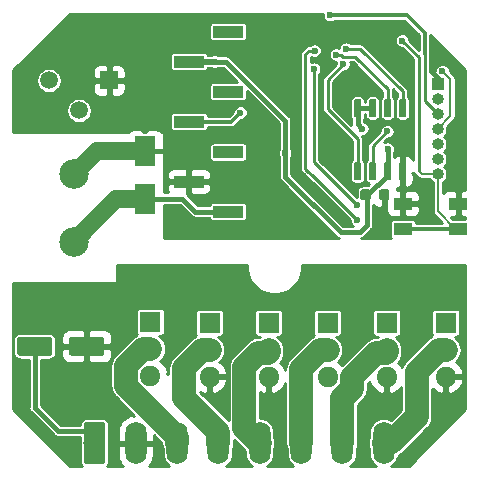
<source format=gbr>
G04 #@! TF.GenerationSoftware,KiCad,Pcbnew,(5.1.4)-1*
G04 #@! TF.CreationDate,2021-04-18T18:25:46+02:00*
G04 #@! TF.ProjectId,KUPS-DIM-6CVLED,4b555053-2d44-4494-9d2d-3643564c4544,V00.03*
G04 #@! TF.SameCoordinates,Original*
G04 #@! TF.FileFunction,Copper,L1,Top*
G04 #@! TF.FilePolarity,Positive*
%FSLAX46Y46*%
G04 Gerber Fmt 4.6, Leading zero omitted, Abs format (unit mm)*
G04 Created by KiCad (PCBNEW (5.1.4)-1) date 2021-04-18 18:25:46*
%MOMM*%
%LPD*%
G04 APERTURE LIST*
%ADD10O,1.000000X1.000000*%
%ADD11R,1.000000X1.000000*%
%ADD12R,2.510000X1.000000*%
%ADD13R,1.500000X1.500000*%
%ADD14C,1.500000*%
%ADD15O,1.800000X1.717500*%
%ADD16R,1.800000X1.717500*%
%ADD17R,1.600000X1.050000*%
%ADD18C,0.100000*%
%ADD19C,0.600000*%
%ADD20C,1.600000*%
%ADD21O,1.800000X3.600000*%
%ADD22C,1.800000*%
%ADD23C,2.500000*%
%ADD24R,1.800000X2.500000*%
%ADD25C,0.875000*%
%ADD26C,0.300000*%
%ADD27C,0.250000*%
%ADD28C,0.400000*%
%ADD29C,1.500000*%
%ADD30C,0.500000*%
%ADD31C,0.200000*%
%ADD32C,2.000000*%
%ADD33C,0.254000*%
G04 APERTURE END LIST*
D10*
X126310000Y-114920000D03*
X126310000Y-113650000D03*
X126310000Y-112380000D03*
X126310000Y-111110000D03*
X126310000Y-109840000D03*
X126310000Y-108570000D03*
D11*
X126310000Y-107300000D03*
D12*
X105260000Y-105400000D03*
X105260000Y-110480000D03*
X105260000Y-115560000D03*
X108570000Y-102860000D03*
X108570000Y-107940000D03*
X108570000Y-113060000D03*
X108570000Y-118100000D03*
D13*
X98500000Y-107000000D03*
D14*
X93420000Y-107000000D03*
X95960000Y-109540000D03*
D15*
X127000000Y-132080000D03*
X127000000Y-129790000D03*
D16*
X127000000Y-127500000D03*
D15*
X122000000Y-132080000D03*
X122000000Y-129790000D03*
D16*
X122000000Y-127500000D03*
D15*
X117000000Y-132080000D03*
X117000000Y-129790000D03*
D16*
X117000000Y-127500000D03*
D15*
X112000000Y-132080000D03*
X112000000Y-129790000D03*
D16*
X112000000Y-127500000D03*
D15*
X107000000Y-132080000D03*
X107000000Y-129790000D03*
D16*
X107000000Y-127500000D03*
D15*
X102000000Y-132000000D03*
X102000000Y-129710000D03*
D16*
X102000000Y-127420000D03*
D17*
X123374000Y-119575000D03*
X123374000Y-117425000D03*
X128074000Y-119575000D03*
X128074000Y-117425000D03*
D18*
G36*
X119694803Y-108557262D02*
G01*
X119709364Y-108559422D01*
X119723643Y-108562999D01*
X119737503Y-108567958D01*
X119750810Y-108574252D01*
X119763436Y-108581820D01*
X119775259Y-108590588D01*
X119786166Y-108600474D01*
X119796052Y-108611381D01*
X119804820Y-108623204D01*
X119812388Y-108635830D01*
X119818682Y-108649137D01*
X119823641Y-108662997D01*
X119827218Y-108677276D01*
X119829378Y-108691837D01*
X119830100Y-108706540D01*
X119830100Y-109956540D01*
X119829378Y-109971243D01*
X119827218Y-109985804D01*
X119823641Y-110000083D01*
X119818682Y-110013943D01*
X119812388Y-110027250D01*
X119804820Y-110039876D01*
X119796052Y-110051699D01*
X119786166Y-110062606D01*
X119775259Y-110072492D01*
X119763436Y-110081260D01*
X119750810Y-110088828D01*
X119737503Y-110095122D01*
X119723643Y-110100081D01*
X119709364Y-110103658D01*
X119694803Y-110105818D01*
X119680100Y-110106540D01*
X119380100Y-110106540D01*
X119365397Y-110105818D01*
X119350836Y-110103658D01*
X119336557Y-110100081D01*
X119322697Y-110095122D01*
X119309390Y-110088828D01*
X119296764Y-110081260D01*
X119284941Y-110072492D01*
X119274034Y-110062606D01*
X119264148Y-110051699D01*
X119255380Y-110039876D01*
X119247812Y-110027250D01*
X119241518Y-110013943D01*
X119236559Y-110000083D01*
X119232982Y-109985804D01*
X119230822Y-109971243D01*
X119230100Y-109956540D01*
X119230100Y-108706540D01*
X119230822Y-108691837D01*
X119232982Y-108677276D01*
X119236559Y-108662997D01*
X119241518Y-108649137D01*
X119247812Y-108635830D01*
X119255380Y-108623204D01*
X119264148Y-108611381D01*
X119274034Y-108600474D01*
X119284941Y-108590588D01*
X119296764Y-108581820D01*
X119309390Y-108574252D01*
X119322697Y-108567958D01*
X119336557Y-108562999D01*
X119350836Y-108559422D01*
X119365397Y-108557262D01*
X119380100Y-108556540D01*
X119680100Y-108556540D01*
X119694803Y-108557262D01*
X119694803Y-108557262D01*
G37*
D19*
X119530100Y-109331540D03*
D18*
G36*
X120964803Y-108557262D02*
G01*
X120979364Y-108559422D01*
X120993643Y-108562999D01*
X121007503Y-108567958D01*
X121020810Y-108574252D01*
X121033436Y-108581820D01*
X121045259Y-108590588D01*
X121056166Y-108600474D01*
X121066052Y-108611381D01*
X121074820Y-108623204D01*
X121082388Y-108635830D01*
X121088682Y-108649137D01*
X121093641Y-108662997D01*
X121097218Y-108677276D01*
X121099378Y-108691837D01*
X121100100Y-108706540D01*
X121100100Y-109956540D01*
X121099378Y-109971243D01*
X121097218Y-109985804D01*
X121093641Y-110000083D01*
X121088682Y-110013943D01*
X121082388Y-110027250D01*
X121074820Y-110039876D01*
X121066052Y-110051699D01*
X121056166Y-110062606D01*
X121045259Y-110072492D01*
X121033436Y-110081260D01*
X121020810Y-110088828D01*
X121007503Y-110095122D01*
X120993643Y-110100081D01*
X120979364Y-110103658D01*
X120964803Y-110105818D01*
X120950100Y-110106540D01*
X120650100Y-110106540D01*
X120635397Y-110105818D01*
X120620836Y-110103658D01*
X120606557Y-110100081D01*
X120592697Y-110095122D01*
X120579390Y-110088828D01*
X120566764Y-110081260D01*
X120554941Y-110072492D01*
X120544034Y-110062606D01*
X120534148Y-110051699D01*
X120525380Y-110039876D01*
X120517812Y-110027250D01*
X120511518Y-110013943D01*
X120506559Y-110000083D01*
X120502982Y-109985804D01*
X120500822Y-109971243D01*
X120500100Y-109956540D01*
X120500100Y-108706540D01*
X120500822Y-108691837D01*
X120502982Y-108677276D01*
X120506559Y-108662997D01*
X120511518Y-108649137D01*
X120517812Y-108635830D01*
X120525380Y-108623204D01*
X120534148Y-108611381D01*
X120544034Y-108600474D01*
X120554941Y-108590588D01*
X120566764Y-108581820D01*
X120579390Y-108574252D01*
X120592697Y-108567958D01*
X120606557Y-108562999D01*
X120620836Y-108559422D01*
X120635397Y-108557262D01*
X120650100Y-108556540D01*
X120950100Y-108556540D01*
X120964803Y-108557262D01*
X120964803Y-108557262D01*
G37*
D19*
X120800100Y-109331540D03*
D18*
G36*
X122234803Y-108557262D02*
G01*
X122249364Y-108559422D01*
X122263643Y-108562999D01*
X122277503Y-108567958D01*
X122290810Y-108574252D01*
X122303436Y-108581820D01*
X122315259Y-108590588D01*
X122326166Y-108600474D01*
X122336052Y-108611381D01*
X122344820Y-108623204D01*
X122352388Y-108635830D01*
X122358682Y-108649137D01*
X122363641Y-108662997D01*
X122367218Y-108677276D01*
X122369378Y-108691837D01*
X122370100Y-108706540D01*
X122370100Y-109956540D01*
X122369378Y-109971243D01*
X122367218Y-109985804D01*
X122363641Y-110000083D01*
X122358682Y-110013943D01*
X122352388Y-110027250D01*
X122344820Y-110039876D01*
X122336052Y-110051699D01*
X122326166Y-110062606D01*
X122315259Y-110072492D01*
X122303436Y-110081260D01*
X122290810Y-110088828D01*
X122277503Y-110095122D01*
X122263643Y-110100081D01*
X122249364Y-110103658D01*
X122234803Y-110105818D01*
X122220100Y-110106540D01*
X121920100Y-110106540D01*
X121905397Y-110105818D01*
X121890836Y-110103658D01*
X121876557Y-110100081D01*
X121862697Y-110095122D01*
X121849390Y-110088828D01*
X121836764Y-110081260D01*
X121824941Y-110072492D01*
X121814034Y-110062606D01*
X121804148Y-110051699D01*
X121795380Y-110039876D01*
X121787812Y-110027250D01*
X121781518Y-110013943D01*
X121776559Y-110000083D01*
X121772982Y-109985804D01*
X121770822Y-109971243D01*
X121770100Y-109956540D01*
X121770100Y-108706540D01*
X121770822Y-108691837D01*
X121772982Y-108677276D01*
X121776559Y-108662997D01*
X121781518Y-108649137D01*
X121787812Y-108635830D01*
X121795380Y-108623204D01*
X121804148Y-108611381D01*
X121814034Y-108600474D01*
X121824941Y-108590588D01*
X121836764Y-108581820D01*
X121849390Y-108574252D01*
X121862697Y-108567958D01*
X121876557Y-108562999D01*
X121890836Y-108559422D01*
X121905397Y-108557262D01*
X121920100Y-108556540D01*
X122220100Y-108556540D01*
X122234803Y-108557262D01*
X122234803Y-108557262D01*
G37*
D19*
X122070100Y-109331540D03*
D18*
G36*
X123504803Y-108557262D02*
G01*
X123519364Y-108559422D01*
X123533643Y-108562999D01*
X123547503Y-108567958D01*
X123560810Y-108574252D01*
X123573436Y-108581820D01*
X123585259Y-108590588D01*
X123596166Y-108600474D01*
X123606052Y-108611381D01*
X123614820Y-108623204D01*
X123622388Y-108635830D01*
X123628682Y-108649137D01*
X123633641Y-108662997D01*
X123637218Y-108677276D01*
X123639378Y-108691837D01*
X123640100Y-108706540D01*
X123640100Y-109956540D01*
X123639378Y-109971243D01*
X123637218Y-109985804D01*
X123633641Y-110000083D01*
X123628682Y-110013943D01*
X123622388Y-110027250D01*
X123614820Y-110039876D01*
X123606052Y-110051699D01*
X123596166Y-110062606D01*
X123585259Y-110072492D01*
X123573436Y-110081260D01*
X123560810Y-110088828D01*
X123547503Y-110095122D01*
X123533643Y-110100081D01*
X123519364Y-110103658D01*
X123504803Y-110105818D01*
X123490100Y-110106540D01*
X123190100Y-110106540D01*
X123175397Y-110105818D01*
X123160836Y-110103658D01*
X123146557Y-110100081D01*
X123132697Y-110095122D01*
X123119390Y-110088828D01*
X123106764Y-110081260D01*
X123094941Y-110072492D01*
X123084034Y-110062606D01*
X123074148Y-110051699D01*
X123065380Y-110039876D01*
X123057812Y-110027250D01*
X123051518Y-110013943D01*
X123046559Y-110000083D01*
X123042982Y-109985804D01*
X123040822Y-109971243D01*
X123040100Y-109956540D01*
X123040100Y-108706540D01*
X123040822Y-108691837D01*
X123042982Y-108677276D01*
X123046559Y-108662997D01*
X123051518Y-108649137D01*
X123057812Y-108635830D01*
X123065380Y-108623204D01*
X123074148Y-108611381D01*
X123084034Y-108600474D01*
X123094941Y-108590588D01*
X123106764Y-108581820D01*
X123119390Y-108574252D01*
X123132697Y-108567958D01*
X123146557Y-108562999D01*
X123160836Y-108559422D01*
X123175397Y-108557262D01*
X123190100Y-108556540D01*
X123490100Y-108556540D01*
X123504803Y-108557262D01*
X123504803Y-108557262D01*
G37*
D19*
X123340100Y-109331540D03*
D18*
G36*
X123504803Y-113907262D02*
G01*
X123519364Y-113909422D01*
X123533643Y-113912999D01*
X123547503Y-113917958D01*
X123560810Y-113924252D01*
X123573436Y-113931820D01*
X123585259Y-113940588D01*
X123596166Y-113950474D01*
X123606052Y-113961381D01*
X123614820Y-113973204D01*
X123622388Y-113985830D01*
X123628682Y-113999137D01*
X123633641Y-114012997D01*
X123637218Y-114027276D01*
X123639378Y-114041837D01*
X123640100Y-114056540D01*
X123640100Y-115306540D01*
X123639378Y-115321243D01*
X123637218Y-115335804D01*
X123633641Y-115350083D01*
X123628682Y-115363943D01*
X123622388Y-115377250D01*
X123614820Y-115389876D01*
X123606052Y-115401699D01*
X123596166Y-115412606D01*
X123585259Y-115422492D01*
X123573436Y-115431260D01*
X123560810Y-115438828D01*
X123547503Y-115445122D01*
X123533643Y-115450081D01*
X123519364Y-115453658D01*
X123504803Y-115455818D01*
X123490100Y-115456540D01*
X123190100Y-115456540D01*
X123175397Y-115455818D01*
X123160836Y-115453658D01*
X123146557Y-115450081D01*
X123132697Y-115445122D01*
X123119390Y-115438828D01*
X123106764Y-115431260D01*
X123094941Y-115422492D01*
X123084034Y-115412606D01*
X123074148Y-115401699D01*
X123065380Y-115389876D01*
X123057812Y-115377250D01*
X123051518Y-115363943D01*
X123046559Y-115350083D01*
X123042982Y-115335804D01*
X123040822Y-115321243D01*
X123040100Y-115306540D01*
X123040100Y-114056540D01*
X123040822Y-114041837D01*
X123042982Y-114027276D01*
X123046559Y-114012997D01*
X123051518Y-113999137D01*
X123057812Y-113985830D01*
X123065380Y-113973204D01*
X123074148Y-113961381D01*
X123084034Y-113950474D01*
X123094941Y-113940588D01*
X123106764Y-113931820D01*
X123119390Y-113924252D01*
X123132697Y-113917958D01*
X123146557Y-113912999D01*
X123160836Y-113909422D01*
X123175397Y-113907262D01*
X123190100Y-113906540D01*
X123490100Y-113906540D01*
X123504803Y-113907262D01*
X123504803Y-113907262D01*
G37*
D19*
X123340100Y-114681540D03*
D18*
G36*
X122234803Y-113907262D02*
G01*
X122249364Y-113909422D01*
X122263643Y-113912999D01*
X122277503Y-113917958D01*
X122290810Y-113924252D01*
X122303436Y-113931820D01*
X122315259Y-113940588D01*
X122326166Y-113950474D01*
X122336052Y-113961381D01*
X122344820Y-113973204D01*
X122352388Y-113985830D01*
X122358682Y-113999137D01*
X122363641Y-114012997D01*
X122367218Y-114027276D01*
X122369378Y-114041837D01*
X122370100Y-114056540D01*
X122370100Y-115306540D01*
X122369378Y-115321243D01*
X122367218Y-115335804D01*
X122363641Y-115350083D01*
X122358682Y-115363943D01*
X122352388Y-115377250D01*
X122344820Y-115389876D01*
X122336052Y-115401699D01*
X122326166Y-115412606D01*
X122315259Y-115422492D01*
X122303436Y-115431260D01*
X122290810Y-115438828D01*
X122277503Y-115445122D01*
X122263643Y-115450081D01*
X122249364Y-115453658D01*
X122234803Y-115455818D01*
X122220100Y-115456540D01*
X121920100Y-115456540D01*
X121905397Y-115455818D01*
X121890836Y-115453658D01*
X121876557Y-115450081D01*
X121862697Y-115445122D01*
X121849390Y-115438828D01*
X121836764Y-115431260D01*
X121824941Y-115422492D01*
X121814034Y-115412606D01*
X121804148Y-115401699D01*
X121795380Y-115389876D01*
X121787812Y-115377250D01*
X121781518Y-115363943D01*
X121776559Y-115350083D01*
X121772982Y-115335804D01*
X121770822Y-115321243D01*
X121770100Y-115306540D01*
X121770100Y-114056540D01*
X121770822Y-114041837D01*
X121772982Y-114027276D01*
X121776559Y-114012997D01*
X121781518Y-113999137D01*
X121787812Y-113985830D01*
X121795380Y-113973204D01*
X121804148Y-113961381D01*
X121814034Y-113950474D01*
X121824941Y-113940588D01*
X121836764Y-113931820D01*
X121849390Y-113924252D01*
X121862697Y-113917958D01*
X121876557Y-113912999D01*
X121890836Y-113909422D01*
X121905397Y-113907262D01*
X121920100Y-113906540D01*
X122220100Y-113906540D01*
X122234803Y-113907262D01*
X122234803Y-113907262D01*
G37*
D19*
X122070100Y-114681540D03*
D18*
G36*
X120964803Y-113907262D02*
G01*
X120979364Y-113909422D01*
X120993643Y-113912999D01*
X121007503Y-113917958D01*
X121020810Y-113924252D01*
X121033436Y-113931820D01*
X121045259Y-113940588D01*
X121056166Y-113950474D01*
X121066052Y-113961381D01*
X121074820Y-113973204D01*
X121082388Y-113985830D01*
X121088682Y-113999137D01*
X121093641Y-114012997D01*
X121097218Y-114027276D01*
X121099378Y-114041837D01*
X121100100Y-114056540D01*
X121100100Y-115306540D01*
X121099378Y-115321243D01*
X121097218Y-115335804D01*
X121093641Y-115350083D01*
X121088682Y-115363943D01*
X121082388Y-115377250D01*
X121074820Y-115389876D01*
X121066052Y-115401699D01*
X121056166Y-115412606D01*
X121045259Y-115422492D01*
X121033436Y-115431260D01*
X121020810Y-115438828D01*
X121007503Y-115445122D01*
X120993643Y-115450081D01*
X120979364Y-115453658D01*
X120964803Y-115455818D01*
X120950100Y-115456540D01*
X120650100Y-115456540D01*
X120635397Y-115455818D01*
X120620836Y-115453658D01*
X120606557Y-115450081D01*
X120592697Y-115445122D01*
X120579390Y-115438828D01*
X120566764Y-115431260D01*
X120554941Y-115422492D01*
X120544034Y-115412606D01*
X120534148Y-115401699D01*
X120525380Y-115389876D01*
X120517812Y-115377250D01*
X120511518Y-115363943D01*
X120506559Y-115350083D01*
X120502982Y-115335804D01*
X120500822Y-115321243D01*
X120500100Y-115306540D01*
X120500100Y-114056540D01*
X120500822Y-114041837D01*
X120502982Y-114027276D01*
X120506559Y-114012997D01*
X120511518Y-113999137D01*
X120517812Y-113985830D01*
X120525380Y-113973204D01*
X120534148Y-113961381D01*
X120544034Y-113950474D01*
X120554941Y-113940588D01*
X120566764Y-113931820D01*
X120579390Y-113924252D01*
X120592697Y-113917958D01*
X120606557Y-113912999D01*
X120620836Y-113909422D01*
X120635397Y-113907262D01*
X120650100Y-113906540D01*
X120950100Y-113906540D01*
X120964803Y-113907262D01*
X120964803Y-113907262D01*
G37*
D19*
X120800100Y-114681540D03*
D18*
G36*
X119694803Y-113907262D02*
G01*
X119709364Y-113909422D01*
X119723643Y-113912999D01*
X119737503Y-113917958D01*
X119750810Y-113924252D01*
X119763436Y-113931820D01*
X119775259Y-113940588D01*
X119786166Y-113950474D01*
X119796052Y-113961381D01*
X119804820Y-113973204D01*
X119812388Y-113985830D01*
X119818682Y-113999137D01*
X119823641Y-114012997D01*
X119827218Y-114027276D01*
X119829378Y-114041837D01*
X119830100Y-114056540D01*
X119830100Y-115306540D01*
X119829378Y-115321243D01*
X119827218Y-115335804D01*
X119823641Y-115350083D01*
X119818682Y-115363943D01*
X119812388Y-115377250D01*
X119804820Y-115389876D01*
X119796052Y-115401699D01*
X119786166Y-115412606D01*
X119775259Y-115422492D01*
X119763436Y-115431260D01*
X119750810Y-115438828D01*
X119737503Y-115445122D01*
X119723643Y-115450081D01*
X119709364Y-115453658D01*
X119694803Y-115455818D01*
X119680100Y-115456540D01*
X119380100Y-115456540D01*
X119365397Y-115455818D01*
X119350836Y-115453658D01*
X119336557Y-115450081D01*
X119322697Y-115445122D01*
X119309390Y-115438828D01*
X119296764Y-115431260D01*
X119284941Y-115422492D01*
X119274034Y-115412606D01*
X119264148Y-115401699D01*
X119255380Y-115389876D01*
X119247812Y-115377250D01*
X119241518Y-115363943D01*
X119236559Y-115350083D01*
X119232982Y-115335804D01*
X119230822Y-115321243D01*
X119230100Y-115306540D01*
X119230100Y-114056540D01*
X119230822Y-114041837D01*
X119232982Y-114027276D01*
X119236559Y-114012997D01*
X119241518Y-113999137D01*
X119247812Y-113985830D01*
X119255380Y-113973204D01*
X119264148Y-113961381D01*
X119274034Y-113950474D01*
X119284941Y-113940588D01*
X119296764Y-113931820D01*
X119309390Y-113924252D01*
X119322697Y-113917958D01*
X119336557Y-113912999D01*
X119350836Y-113909422D01*
X119365397Y-113907262D01*
X119380100Y-113906540D01*
X119680100Y-113906540D01*
X119694803Y-113907262D01*
X119694803Y-113907262D01*
G37*
D19*
X119530100Y-114681540D03*
D18*
G36*
X97874504Y-128701204D02*
G01*
X97898773Y-128704804D01*
X97922571Y-128710765D01*
X97945671Y-128719030D01*
X97967849Y-128729520D01*
X97988893Y-128742133D01*
X98008598Y-128756747D01*
X98026777Y-128773223D01*
X98043253Y-128791402D01*
X98057867Y-128811107D01*
X98070480Y-128832151D01*
X98080970Y-128854329D01*
X98089235Y-128877429D01*
X98095196Y-128901227D01*
X98098796Y-128925496D01*
X98100000Y-128950000D01*
X98100000Y-130050000D01*
X98098796Y-130074504D01*
X98095196Y-130098773D01*
X98089235Y-130122571D01*
X98080970Y-130145671D01*
X98070480Y-130167849D01*
X98057867Y-130188893D01*
X98043253Y-130208598D01*
X98026777Y-130226777D01*
X98008598Y-130243253D01*
X97988893Y-130257867D01*
X97967849Y-130270480D01*
X97945671Y-130280970D01*
X97922571Y-130289235D01*
X97898773Y-130295196D01*
X97874504Y-130298796D01*
X97850000Y-130300000D01*
X95350000Y-130300000D01*
X95325496Y-130298796D01*
X95301227Y-130295196D01*
X95277429Y-130289235D01*
X95254329Y-130280970D01*
X95232151Y-130270480D01*
X95211107Y-130257867D01*
X95191402Y-130243253D01*
X95173223Y-130226777D01*
X95156747Y-130208598D01*
X95142133Y-130188893D01*
X95129520Y-130167849D01*
X95119030Y-130145671D01*
X95110765Y-130122571D01*
X95104804Y-130098773D01*
X95101204Y-130074504D01*
X95100000Y-130050000D01*
X95100000Y-128950000D01*
X95101204Y-128925496D01*
X95104804Y-128901227D01*
X95110765Y-128877429D01*
X95119030Y-128854329D01*
X95129520Y-128832151D01*
X95142133Y-128811107D01*
X95156747Y-128791402D01*
X95173223Y-128773223D01*
X95191402Y-128756747D01*
X95211107Y-128742133D01*
X95232151Y-128729520D01*
X95254329Y-128719030D01*
X95277429Y-128710765D01*
X95301227Y-128704804D01*
X95325496Y-128701204D01*
X95350000Y-128700000D01*
X97850000Y-128700000D01*
X97874504Y-128701204D01*
X97874504Y-128701204D01*
G37*
D20*
X96600000Y-129500000D03*
D18*
G36*
X93474504Y-128701204D02*
G01*
X93498773Y-128704804D01*
X93522571Y-128710765D01*
X93545671Y-128719030D01*
X93567849Y-128729520D01*
X93588893Y-128742133D01*
X93608598Y-128756747D01*
X93626777Y-128773223D01*
X93643253Y-128791402D01*
X93657867Y-128811107D01*
X93670480Y-128832151D01*
X93680970Y-128854329D01*
X93689235Y-128877429D01*
X93695196Y-128901227D01*
X93698796Y-128925496D01*
X93700000Y-128950000D01*
X93700000Y-130050000D01*
X93698796Y-130074504D01*
X93695196Y-130098773D01*
X93689235Y-130122571D01*
X93680970Y-130145671D01*
X93670480Y-130167849D01*
X93657867Y-130188893D01*
X93643253Y-130208598D01*
X93626777Y-130226777D01*
X93608598Y-130243253D01*
X93588893Y-130257867D01*
X93567849Y-130270480D01*
X93545671Y-130280970D01*
X93522571Y-130289235D01*
X93498773Y-130295196D01*
X93474504Y-130298796D01*
X93450000Y-130300000D01*
X90950000Y-130300000D01*
X90925496Y-130298796D01*
X90901227Y-130295196D01*
X90877429Y-130289235D01*
X90854329Y-130280970D01*
X90832151Y-130270480D01*
X90811107Y-130257867D01*
X90791402Y-130243253D01*
X90773223Y-130226777D01*
X90756747Y-130208598D01*
X90742133Y-130188893D01*
X90729520Y-130167849D01*
X90719030Y-130145671D01*
X90710765Y-130122571D01*
X90704804Y-130098773D01*
X90701204Y-130074504D01*
X90700000Y-130050000D01*
X90700000Y-128950000D01*
X90701204Y-128925496D01*
X90704804Y-128901227D01*
X90710765Y-128877429D01*
X90719030Y-128854329D01*
X90729520Y-128832151D01*
X90742133Y-128811107D01*
X90756747Y-128791402D01*
X90773223Y-128773223D01*
X90791402Y-128756747D01*
X90811107Y-128742133D01*
X90832151Y-128729520D01*
X90854329Y-128719030D01*
X90877429Y-128710765D01*
X90901227Y-128704804D01*
X90925496Y-128701204D01*
X90950000Y-128700000D01*
X93450000Y-128700000D01*
X93474504Y-128701204D01*
X93474504Y-128701204D01*
G37*
D20*
X92200000Y-129500000D03*
D21*
X121750000Y-137700000D03*
X118250000Y-137700000D03*
X114750000Y-137700000D03*
X111250000Y-137700000D03*
X107750000Y-137700000D03*
X104250000Y-137700000D03*
X100750000Y-137700000D03*
D18*
G36*
X97924504Y-135901204D02*
G01*
X97948773Y-135904804D01*
X97972571Y-135910765D01*
X97995671Y-135919030D01*
X98017849Y-135929520D01*
X98038893Y-135942133D01*
X98058598Y-135956747D01*
X98076777Y-135973223D01*
X98093253Y-135991402D01*
X98107867Y-136011107D01*
X98120480Y-136032151D01*
X98130970Y-136054329D01*
X98139235Y-136077429D01*
X98145196Y-136101227D01*
X98148796Y-136125496D01*
X98150000Y-136150000D01*
X98150000Y-139250000D01*
X98148796Y-139274504D01*
X98145196Y-139298773D01*
X98139235Y-139322571D01*
X98130970Y-139345671D01*
X98120480Y-139367849D01*
X98107867Y-139388893D01*
X98093253Y-139408598D01*
X98076777Y-139426777D01*
X98058598Y-139443253D01*
X98038893Y-139457867D01*
X98017849Y-139470480D01*
X97995671Y-139480970D01*
X97972571Y-139489235D01*
X97948773Y-139495196D01*
X97924504Y-139498796D01*
X97900000Y-139500000D01*
X96600000Y-139500000D01*
X96575496Y-139498796D01*
X96551227Y-139495196D01*
X96527429Y-139489235D01*
X96504329Y-139480970D01*
X96482151Y-139470480D01*
X96461107Y-139457867D01*
X96441402Y-139443253D01*
X96423223Y-139426777D01*
X96406747Y-139408598D01*
X96392133Y-139388893D01*
X96379520Y-139367849D01*
X96369030Y-139345671D01*
X96360765Y-139322571D01*
X96354804Y-139298773D01*
X96351204Y-139274504D01*
X96350000Y-139250000D01*
X96350000Y-136150000D01*
X96351204Y-136125496D01*
X96354804Y-136101227D01*
X96360765Y-136077429D01*
X96369030Y-136054329D01*
X96379520Y-136032151D01*
X96392133Y-136011107D01*
X96406747Y-135991402D01*
X96423223Y-135973223D01*
X96441402Y-135956747D01*
X96461107Y-135942133D01*
X96482151Y-135929520D01*
X96504329Y-135919030D01*
X96527429Y-135910765D01*
X96551227Y-135904804D01*
X96575496Y-135901204D01*
X96600000Y-135900000D01*
X97900000Y-135900000D01*
X97924504Y-135901204D01*
X97924504Y-135901204D01*
G37*
D22*
X97250000Y-137700000D03*
D23*
X95481380Y-114892540D03*
X95481380Y-120642540D03*
D24*
X101500000Y-117000000D03*
X101500000Y-113000000D03*
D18*
G36*
X122027691Y-116206193D02*
G01*
X122048926Y-116209343D01*
X122069750Y-116214559D01*
X122089962Y-116221791D01*
X122109368Y-116230970D01*
X122127781Y-116242006D01*
X122145024Y-116254794D01*
X122160930Y-116269210D01*
X122175346Y-116285116D01*
X122188134Y-116302359D01*
X122199170Y-116320772D01*
X122208349Y-116340178D01*
X122215581Y-116360390D01*
X122220797Y-116381214D01*
X122223947Y-116402449D01*
X122225000Y-116423890D01*
X122225000Y-116936390D01*
X122223947Y-116957831D01*
X122220797Y-116979066D01*
X122215581Y-116999890D01*
X122208349Y-117020102D01*
X122199170Y-117039508D01*
X122188134Y-117057921D01*
X122175346Y-117075164D01*
X122160930Y-117091070D01*
X122145024Y-117105486D01*
X122127781Y-117118274D01*
X122109368Y-117129310D01*
X122089962Y-117138489D01*
X122069750Y-117145721D01*
X122048926Y-117150937D01*
X122027691Y-117154087D01*
X122006250Y-117155140D01*
X121568750Y-117155140D01*
X121547309Y-117154087D01*
X121526074Y-117150937D01*
X121505250Y-117145721D01*
X121485038Y-117138489D01*
X121465632Y-117129310D01*
X121447219Y-117118274D01*
X121429976Y-117105486D01*
X121414070Y-117091070D01*
X121399654Y-117075164D01*
X121386866Y-117057921D01*
X121375830Y-117039508D01*
X121366651Y-117020102D01*
X121359419Y-116999890D01*
X121354203Y-116979066D01*
X121351053Y-116957831D01*
X121350000Y-116936390D01*
X121350000Y-116423890D01*
X121351053Y-116402449D01*
X121354203Y-116381214D01*
X121359419Y-116360390D01*
X121366651Y-116340178D01*
X121375830Y-116320772D01*
X121386866Y-116302359D01*
X121399654Y-116285116D01*
X121414070Y-116269210D01*
X121429976Y-116254794D01*
X121447219Y-116242006D01*
X121465632Y-116230970D01*
X121485038Y-116221791D01*
X121505250Y-116214559D01*
X121526074Y-116209343D01*
X121547309Y-116206193D01*
X121568750Y-116205140D01*
X122006250Y-116205140D01*
X122027691Y-116206193D01*
X122027691Y-116206193D01*
G37*
D25*
X121787500Y-116680140D03*
D18*
G36*
X120452691Y-116206193D02*
G01*
X120473926Y-116209343D01*
X120494750Y-116214559D01*
X120514962Y-116221791D01*
X120534368Y-116230970D01*
X120552781Y-116242006D01*
X120570024Y-116254794D01*
X120585930Y-116269210D01*
X120600346Y-116285116D01*
X120613134Y-116302359D01*
X120624170Y-116320772D01*
X120633349Y-116340178D01*
X120640581Y-116360390D01*
X120645797Y-116381214D01*
X120648947Y-116402449D01*
X120650000Y-116423890D01*
X120650000Y-116936390D01*
X120648947Y-116957831D01*
X120645797Y-116979066D01*
X120640581Y-116999890D01*
X120633349Y-117020102D01*
X120624170Y-117039508D01*
X120613134Y-117057921D01*
X120600346Y-117075164D01*
X120585930Y-117091070D01*
X120570024Y-117105486D01*
X120552781Y-117118274D01*
X120534368Y-117129310D01*
X120514962Y-117138489D01*
X120494750Y-117145721D01*
X120473926Y-117150937D01*
X120452691Y-117154087D01*
X120431250Y-117155140D01*
X119993750Y-117155140D01*
X119972309Y-117154087D01*
X119951074Y-117150937D01*
X119930250Y-117145721D01*
X119910038Y-117138489D01*
X119890632Y-117129310D01*
X119872219Y-117118274D01*
X119854976Y-117105486D01*
X119839070Y-117091070D01*
X119824654Y-117075164D01*
X119811866Y-117057921D01*
X119800830Y-117039508D01*
X119791651Y-117020102D01*
X119784419Y-116999890D01*
X119779203Y-116979066D01*
X119776053Y-116957831D01*
X119775000Y-116936390D01*
X119775000Y-116423890D01*
X119776053Y-116402449D01*
X119779203Y-116381214D01*
X119784419Y-116360390D01*
X119791651Y-116340178D01*
X119800830Y-116320772D01*
X119811866Y-116302359D01*
X119824654Y-116285116D01*
X119839070Y-116269210D01*
X119854976Y-116254794D01*
X119872219Y-116242006D01*
X119890632Y-116230970D01*
X119910038Y-116221791D01*
X119930250Y-116214559D01*
X119951074Y-116209343D01*
X119972309Y-116206193D01*
X119993750Y-116205140D01*
X120431250Y-116205140D01*
X120452691Y-116206193D01*
X120452691Y-116206193D01*
G37*
D25*
X120212500Y-116680140D03*
D19*
X119619000Y-102098000D03*
X108824000Y-104384000D03*
X114439940Y-104564340D03*
X97503220Y-103434040D03*
X92710240Y-104980900D03*
X111483380Y-102826980D03*
X113909080Y-108437840D03*
X111285260Y-111968440D03*
X127907020Y-114213800D03*
X128100000Y-117500000D03*
X106245900Y-108859480D03*
X106510060Y-106555700D03*
X105000000Y-102000000D03*
X93500000Y-109500000D03*
X123250000Y-112750000D03*
X125080000Y-115890000D03*
X122077720Y-112771080D03*
X105500000Y-105400000D03*
X107427000Y-105400000D03*
X113396000Y-113147000D03*
X119919569Y-111080431D03*
X126720000Y-106210000D03*
X117192060Y-101463000D03*
X123302000Y-103622000D03*
X117719080Y-104808180D03*
X118557280Y-104305260D03*
X122042160Y-111305500D03*
X118323600Y-105623520D03*
X119500000Y-118840000D03*
X115887740Y-104472900D03*
X119500000Y-117570000D03*
X115839480Y-106012140D03*
X109616480Y-109718000D03*
X107554000Y-107940000D03*
X91000000Y-133000000D03*
X95000000Y-138500000D03*
X95000000Y-133500000D03*
X92000000Y-124500000D03*
X96500000Y-125000000D03*
X109500000Y-139000000D03*
X120000000Y-139000000D03*
X126000000Y-136000000D03*
X125000000Y-124000000D03*
X107250000Y-123500000D03*
X117000000Y-124000000D03*
X92000000Y-129500000D03*
D26*
X108824000Y-104384000D02*
X108824000Y-104384000D01*
X121140000Y-103622000D02*
X119365000Y-103622000D01*
X119319001Y-103576001D02*
X119365000Y-103622000D01*
X119319001Y-102397999D02*
X119319001Y-103576001D01*
X119619000Y-102098000D02*
X119319001Y-102397999D01*
X118984000Y-102733000D02*
X119619000Y-102098000D01*
D27*
X121140000Y-103622000D02*
X121140000Y-104892000D01*
D26*
X114439940Y-104564340D02*
X114439940Y-102763480D01*
X114409460Y-102733000D02*
X118984000Y-102733000D01*
D28*
X101500000Y-113000000D02*
X104500000Y-113000000D01*
X105260000Y-113760000D02*
X105260000Y-115560000D01*
X104500000Y-113000000D02*
X105260000Y-113760000D01*
X109004340Y-104564340D02*
X108824000Y-104384000D01*
X114439940Y-104564340D02*
X109004340Y-104564340D01*
D29*
X95481380Y-114892540D02*
X97437740Y-112936180D01*
X97501560Y-113000000D02*
X101500000Y-113000000D01*
X97437740Y-112936180D02*
X97501560Y-113000000D01*
D27*
X123574000Y-117025000D02*
X123849000Y-117025000D01*
D28*
X128260000Y-113860820D02*
X127907020Y-114213800D01*
X128260000Y-106370000D02*
X128260000Y-113860820D01*
X126310000Y-107300000D02*
X126310000Y-106776802D01*
X126310000Y-106776802D02*
X125740000Y-106206802D01*
X125740000Y-106206802D02*
X125740000Y-105690000D01*
X125740000Y-105690000D02*
X126320000Y-105110000D01*
X126320000Y-105110000D02*
X127000000Y-105110000D01*
X127000000Y-105110000D02*
X128260000Y-106370000D01*
D27*
X122077720Y-114473920D02*
X122070100Y-114481540D01*
D30*
X105260000Y-105400000D02*
X107427000Y-105400000D01*
D28*
X107851264Y-105400000D02*
X107427000Y-105400000D01*
X108379002Y-105400000D02*
X107851264Y-105400000D01*
X113396000Y-110416998D02*
X108379002Y-105400000D01*
X113396000Y-113147000D02*
X113396000Y-110416998D01*
X113396000Y-115158680D02*
X118107700Y-119870380D01*
X113396000Y-113147000D02*
X113396000Y-115158680D01*
X120353060Y-119217600D02*
X119700280Y-119870380D01*
X120353060Y-117257580D02*
X120353060Y-119217600D01*
X120355500Y-117255140D02*
X120353060Y-117257580D01*
X120355500Y-116680140D02*
X120355500Y-117255140D01*
X118107700Y-119870380D02*
X119700280Y-119870380D01*
X122070100Y-114965540D02*
X122070100Y-114681540D01*
X120355500Y-116680140D02*
X122070100Y-114965540D01*
X122077720Y-114673920D02*
X122070100Y-114681540D01*
X122077720Y-112771080D02*
X122077720Y-114673920D01*
X119530100Y-109331540D02*
X120800100Y-109331540D01*
X119530100Y-110690962D02*
X119919569Y-111080431D01*
X119530100Y-109331540D02*
X119530100Y-110690962D01*
X101500000Y-117000000D02*
X104700000Y-117000000D01*
X105800000Y-118100000D02*
X108570000Y-118100000D01*
X104700000Y-117000000D02*
X105800000Y-118100000D01*
D29*
X96731379Y-119392541D02*
X96736459Y-119392541D01*
X95481380Y-120642540D02*
X96731379Y-119392541D01*
X99100000Y-117000000D02*
X101500000Y-117000000D01*
X96736459Y-119363541D02*
X99100000Y-117000000D01*
X96736459Y-119392541D02*
X96736459Y-119363541D01*
D31*
X127400000Y-110020000D02*
X126310000Y-111110000D01*
X126720000Y-106210000D02*
X127400000Y-106890000D01*
X127400000Y-106890000D02*
X127400000Y-110020000D01*
D26*
X123683000Y-101463000D02*
X117192060Y-101463000D01*
X125207000Y-102987000D02*
X123683000Y-101463000D01*
D27*
X125207000Y-108737000D02*
X125207000Y-104763000D01*
X126310000Y-109840000D02*
X125207000Y-108737000D01*
D26*
X125207000Y-104763000D02*
X125207000Y-102987000D01*
D27*
X124696460Y-105016460D02*
X123302000Y-103622000D01*
X124696460Y-114668460D02*
X124696460Y-105016460D01*
D26*
X124474000Y-119575000D02*
X128074000Y-119575000D01*
X123374000Y-119575000D02*
X124474000Y-119575000D01*
D31*
X124948000Y-114920000D02*
X126310000Y-114920000D01*
X124696460Y-114668460D02*
X124948000Y-114920000D01*
X127799000Y-119575000D02*
X128074000Y-119575000D01*
X126310000Y-118086000D02*
X127799000Y-119575000D01*
X126310000Y-114920000D02*
X126310000Y-118086000D01*
D27*
X118143344Y-104808180D02*
X117719080Y-104808180D01*
X118335164Y-105000000D02*
X118143344Y-104808180D01*
X119315520Y-105000000D02*
X118335164Y-105000000D01*
X122070100Y-107754580D02*
X119315520Y-105000000D01*
X122070100Y-109331540D02*
X122070100Y-107754580D01*
X123340100Y-107919125D02*
X123340100Y-109331540D01*
X118557280Y-104305260D02*
X119726235Y-104305260D01*
X119726235Y-104305260D02*
X123340100Y-107919125D01*
X122070100Y-111277560D02*
X122042160Y-111305500D01*
X120800100Y-112547560D02*
X122042160Y-111305500D01*
X120800100Y-114681540D02*
X120800100Y-112547560D01*
X119530100Y-111927800D02*
X119530100Y-114681540D01*
X116992640Y-109390340D02*
X119530100Y-111927800D01*
X118323600Y-105623520D02*
X116992640Y-106954480D01*
X116992640Y-106954480D02*
X116992640Y-109390340D01*
X115284479Y-114624479D02*
X116042440Y-115382440D01*
X119500000Y-118840000D02*
X116042440Y-115382440D01*
X116042440Y-115382440D02*
X115661680Y-115001680D01*
X115397182Y-104472900D02*
X115118120Y-104751962D01*
X115887740Y-104472900D02*
X115397182Y-104472900D01*
X115118120Y-114458120D02*
X115284479Y-114624479D01*
X115118120Y-104751962D02*
X115118120Y-114458120D01*
X115839480Y-113909480D02*
X119500000Y-117570000D01*
X115839480Y-106012140D02*
X115839480Y-113909480D01*
D26*
X108854480Y-110480000D02*
X105260000Y-110480000D01*
X109616480Y-109718000D02*
X108854480Y-110480000D01*
D28*
X97250000Y-136700000D02*
X94200000Y-136700000D01*
X92200000Y-130400000D02*
X92199700Y-130400300D01*
X92200000Y-129500000D02*
X92200000Y-130400000D01*
X92199700Y-134699700D02*
X94200000Y-136700000D01*
X92199700Y-130400300D02*
X92199700Y-134699700D01*
D32*
X114750000Y-133900000D02*
X114750000Y-137700000D01*
X114750000Y-131433793D02*
X114750000Y-133900000D01*
X116393793Y-129790000D02*
X114750000Y-131433793D01*
X117000000Y-129790000D02*
X116393793Y-129790000D01*
X109939990Y-136389990D02*
X111250000Y-137700000D01*
X109939990Y-131243803D02*
X109939990Y-136389990D01*
X111122553Y-130061240D02*
X109939990Y-131243803D01*
X111938760Y-130061240D02*
X111122553Y-130061240D01*
X112000000Y-130000000D02*
X111938760Y-130061240D01*
X112000000Y-129790000D02*
X112000000Y-130000000D01*
X107750000Y-136800000D02*
X107750000Y-137700000D01*
X104850000Y-133900000D02*
X107750000Y-136800000D01*
X104850000Y-131333793D02*
X104850000Y-133900000D01*
X106393793Y-129790000D02*
X104850000Y-131333793D01*
X107000000Y-129790000D02*
X106393793Y-129790000D01*
X104250000Y-137146207D02*
X104250000Y-137700000D01*
X99939990Y-132836197D02*
X104250000Y-137146207D01*
X99939990Y-131163803D02*
X99939990Y-132836197D01*
X101393793Y-129710000D02*
X99939990Y-131163803D01*
X102000000Y-129710000D02*
X101393793Y-129710000D01*
X122300000Y-137700000D02*
X121750000Y-137700000D01*
X124539999Y-135460001D02*
X122300000Y-137700000D01*
X124539999Y-131643794D02*
X124539999Y-135460001D01*
X127000000Y-129790000D02*
X126393793Y-129790000D01*
X126393793Y-129790000D02*
X124539999Y-131643794D01*
X118250000Y-133900000D02*
X118250000Y-137700000D01*
X119060010Y-133089990D02*
X118250000Y-133900000D01*
X119060010Y-132123783D02*
X119060010Y-133089990D01*
X121122553Y-130061240D02*
X119060010Y-132123783D01*
X121938760Y-130061240D02*
X121122553Y-130061240D01*
X122000000Y-130000000D02*
X121938760Y-130061240D01*
X122000000Y-129790000D02*
X122000000Y-130000000D01*
D33*
G36*
X116565060Y-101401246D02*
G01*
X116565060Y-101524754D01*
X116589155Y-101645889D01*
X116636420Y-101759996D01*
X116705037Y-101862689D01*
X116792371Y-101950023D01*
X116895064Y-102018640D01*
X117009171Y-102065905D01*
X117130306Y-102090000D01*
X117253814Y-102090000D01*
X117374949Y-102065905D01*
X117489056Y-102018640D01*
X117591749Y-101950023D01*
X117601772Y-101940000D01*
X123485421Y-101940000D01*
X124730001Y-103184581D01*
X124730000Y-104410776D01*
X123929000Y-103609777D01*
X123929000Y-103560246D01*
X123904905Y-103439111D01*
X123857640Y-103325004D01*
X123789023Y-103222311D01*
X123701689Y-103134977D01*
X123598996Y-103066360D01*
X123484889Y-103019095D01*
X123363754Y-102995000D01*
X123240246Y-102995000D01*
X123119111Y-103019095D01*
X123005004Y-103066360D01*
X122902311Y-103134977D01*
X122814977Y-103222311D01*
X122746360Y-103325004D01*
X122699095Y-103439111D01*
X122675000Y-103560246D01*
X122675000Y-103683754D01*
X122699095Y-103804889D01*
X122746360Y-103918996D01*
X122814977Y-104021689D01*
X122902311Y-104109023D01*
X123005004Y-104177640D01*
X123119111Y-104224905D01*
X123240246Y-104249000D01*
X123289777Y-104249000D01*
X124244461Y-105203686D01*
X124244460Y-113711341D01*
X124229602Y-113662360D01*
X124170637Y-113552046D01*
X124091285Y-113455355D01*
X123994594Y-113376003D01*
X123884280Y-113317038D01*
X123764582Y-113280728D01*
X123640100Y-113268468D01*
X123625850Y-113271540D01*
X123467100Y-113430290D01*
X123467100Y-114554540D01*
X123487100Y-114554540D01*
X123487100Y-114808540D01*
X123467100Y-114808540D01*
X123467100Y-115932790D01*
X123625850Y-116091540D01*
X123640100Y-116094612D01*
X123764582Y-116082352D01*
X123884280Y-116046042D01*
X123994594Y-115987077D01*
X124091285Y-115907725D01*
X124170637Y-115811034D01*
X124229602Y-115700720D01*
X124265912Y-115581022D01*
X124278172Y-115456540D01*
X124275100Y-114967290D01*
X124116352Y-114808542D01*
X124266615Y-114808542D01*
X124276846Y-114842269D01*
X124318817Y-114920792D01*
X124375301Y-114989619D01*
X124444127Y-115046103D01*
X124500213Y-115076081D01*
X124631236Y-115207105D01*
X124644605Y-115223395D01*
X124660895Y-115236764D01*
X124660899Y-115236768D01*
X124709623Y-115276755D01*
X124741573Y-115293832D01*
X124783804Y-115316405D01*
X124864293Y-115340822D01*
X124927022Y-115347000D01*
X124927034Y-115347000D01*
X124947999Y-115349065D01*
X124968964Y-115347000D01*
X125600512Y-115347000D01*
X125619048Y-115381679D01*
X125722394Y-115507606D01*
X125848321Y-115610952D01*
X125883000Y-115629489D01*
X125883001Y-118065023D01*
X125880935Y-118086000D01*
X125883001Y-118106977D01*
X125883001Y-118106978D01*
X125889179Y-118169707D01*
X125899373Y-118203310D01*
X125913596Y-118250196D01*
X125953245Y-118324376D01*
X125993232Y-118373100D01*
X125993237Y-118373105D01*
X126006606Y-118389395D01*
X126022895Y-118402764D01*
X126718132Y-119098000D01*
X124502582Y-119098000D01*
X124502582Y-119050000D01*
X124496268Y-118985897D01*
X124477570Y-118924257D01*
X124447206Y-118867450D01*
X124406343Y-118817657D01*
X124356550Y-118776794D01*
X124299743Y-118746430D01*
X124238103Y-118727732D01*
X124174000Y-118721418D01*
X122574000Y-118721418D01*
X122509897Y-118727732D01*
X122448257Y-118746430D01*
X122391450Y-118776794D01*
X122341657Y-118817657D01*
X122300794Y-118867450D01*
X122270430Y-118924257D01*
X122251732Y-118985897D01*
X122245418Y-119050000D01*
X122245418Y-120100000D01*
X122251732Y-120164103D01*
X122270430Y-120225743D01*
X122300794Y-120282550D01*
X122341657Y-120332343D01*
X122391199Y-120373000D01*
X119858820Y-120373000D01*
X119902930Y-120359619D01*
X119994482Y-120310684D01*
X120074728Y-120244828D01*
X120091235Y-120224714D01*
X120707399Y-119608551D01*
X120727508Y-119592048D01*
X120793364Y-119511802D01*
X120842299Y-119420250D01*
X120872434Y-119320910D01*
X120880060Y-119243481D01*
X120880060Y-119243479D01*
X120882609Y-119217601D01*
X120880060Y-119191723D01*
X120880060Y-117583472D01*
X120898815Y-117606325D01*
X120995506Y-117685677D01*
X121105820Y-117744642D01*
X121225518Y-117780952D01*
X121350000Y-117793212D01*
X121501750Y-117790140D01*
X121660500Y-117631390D01*
X121660500Y-116807140D01*
X121640500Y-116807140D01*
X121640500Y-116553140D01*
X121660500Y-116553140D01*
X121660500Y-116533140D01*
X121914500Y-116533140D01*
X121914500Y-116553140D01*
X121934500Y-116553140D01*
X121934500Y-116807140D01*
X121914500Y-116807140D01*
X121914500Y-117631390D01*
X121966430Y-117683320D01*
X121939000Y-117710750D01*
X121935928Y-117950000D01*
X121948188Y-118074482D01*
X121984498Y-118194180D01*
X122043463Y-118304494D01*
X122122815Y-118401185D01*
X122219506Y-118480537D01*
X122329820Y-118539502D01*
X122449518Y-118575812D01*
X122574000Y-118588072D01*
X123088250Y-118585000D01*
X123247000Y-118426250D01*
X123247000Y-117552000D01*
X123501000Y-117552000D01*
X123501000Y-118426250D01*
X123659750Y-118585000D01*
X124174000Y-118588072D01*
X124298482Y-118575812D01*
X124418180Y-118539502D01*
X124528494Y-118480537D01*
X124625185Y-118401185D01*
X124704537Y-118304494D01*
X124763502Y-118194180D01*
X124799812Y-118074482D01*
X124812072Y-117950000D01*
X124809000Y-117710750D01*
X124650250Y-117552000D01*
X123501000Y-117552000D01*
X123247000Y-117552000D01*
X123227000Y-117552000D01*
X123227000Y-117298000D01*
X123247000Y-117298000D01*
X123247000Y-116423750D01*
X123501000Y-116423750D01*
X123501000Y-117298000D01*
X124650250Y-117298000D01*
X124809000Y-117139250D01*
X124812072Y-116900000D01*
X124799812Y-116775518D01*
X124763502Y-116655820D01*
X124704537Y-116545506D01*
X124625185Y-116448815D01*
X124528494Y-116369463D01*
X124418180Y-116310498D01*
X124298482Y-116274188D01*
X124174000Y-116261928D01*
X123659750Y-116265000D01*
X123501000Y-116423750D01*
X123247000Y-116423750D01*
X123088250Y-116265000D01*
X122862122Y-116263649D01*
X122863072Y-116205140D01*
X122850812Y-116080658D01*
X122844810Y-116060873D01*
X122915618Y-116082352D01*
X123040100Y-116094612D01*
X123054350Y-116091540D01*
X123213100Y-115932790D01*
X123213100Y-114808540D01*
X123193100Y-114808540D01*
X123193100Y-114554540D01*
X123213100Y-114554540D01*
X123213100Y-113430290D01*
X123054350Y-113271540D01*
X123040100Y-113268468D01*
X122915618Y-113280728D01*
X122795920Y-113317038D01*
X122685606Y-113376003D01*
X122604720Y-113442384D01*
X122604720Y-113110939D01*
X122633360Y-113068076D01*
X122680625Y-112953969D01*
X122704720Y-112832834D01*
X122704720Y-112709326D01*
X122680625Y-112588191D01*
X122633360Y-112474084D01*
X122564743Y-112371391D01*
X122477409Y-112284057D01*
X122374716Y-112215440D01*
X122260609Y-112168175D01*
X122139474Y-112144080D01*
X122015966Y-112144080D01*
X121894831Y-112168175D01*
X121780724Y-112215440D01*
X121752757Y-112234127D01*
X122054384Y-111932500D01*
X122103914Y-111932500D01*
X122225049Y-111908405D01*
X122339156Y-111861140D01*
X122441849Y-111792523D01*
X122529183Y-111705189D01*
X122597800Y-111602496D01*
X122645065Y-111488389D01*
X122669160Y-111367254D01*
X122669160Y-111243746D01*
X122645065Y-111122611D01*
X122597800Y-111008504D01*
X122529183Y-110905811D01*
X122441849Y-110818477D01*
X122339156Y-110749860D01*
X122225049Y-110702595D01*
X122103914Y-110678500D01*
X121980406Y-110678500D01*
X121859271Y-110702595D01*
X121745164Y-110749860D01*
X121642471Y-110818477D01*
X121555137Y-110905811D01*
X121486520Y-111008504D01*
X121439255Y-111122611D01*
X121415160Y-111243746D01*
X121415160Y-111293276D01*
X120496196Y-112212241D01*
X120478942Y-112226401D01*
X120433444Y-112281841D01*
X120422458Y-112295227D01*
X120380486Y-112373751D01*
X120354640Y-112458953D01*
X120345913Y-112547560D01*
X120348101Y-112569775D01*
X120348100Y-113688251D01*
X120311691Y-113718131D01*
X120252174Y-113790654D01*
X120207948Y-113873395D01*
X120180714Y-113963173D01*
X120171518Y-114056540D01*
X120171518Y-115306540D01*
X120180714Y-115399907D01*
X120207948Y-115489685D01*
X120252174Y-115572426D01*
X120311691Y-115644949D01*
X120384214Y-115704466D01*
X120466955Y-115748692D01*
X120524272Y-115766079D01*
X120413792Y-115876558D01*
X119993750Y-115876558D01*
X119886971Y-115887075D01*
X119784295Y-115918221D01*
X119689669Y-115968800D01*
X119606728Y-116036868D01*
X119538660Y-116119809D01*
X119488081Y-116214435D01*
X119456935Y-116317111D01*
X119446418Y-116423890D01*
X119446418Y-116877194D01*
X116291480Y-113722257D01*
X116291480Y-106954480D01*
X116538453Y-106954480D01*
X116540640Y-106976685D01*
X116540641Y-109368125D01*
X116538453Y-109390340D01*
X116547180Y-109478947D01*
X116573026Y-109564149D01*
X116591750Y-109599179D01*
X116614998Y-109642673D01*
X116671482Y-109711499D01*
X116688736Y-109725659D01*
X119078100Y-112115025D01*
X119078101Y-113688251D01*
X119041691Y-113718131D01*
X118982174Y-113790654D01*
X118937948Y-113873395D01*
X118910714Y-113963173D01*
X118901518Y-114056540D01*
X118901518Y-115306540D01*
X118910714Y-115399907D01*
X118937948Y-115489685D01*
X118982174Y-115572426D01*
X119041691Y-115644949D01*
X119114214Y-115704466D01*
X119196955Y-115748692D01*
X119286733Y-115775926D01*
X119380100Y-115785122D01*
X119680100Y-115785122D01*
X119773467Y-115775926D01*
X119863245Y-115748692D01*
X119945986Y-115704466D01*
X120018509Y-115644949D01*
X120078026Y-115572426D01*
X120122252Y-115489685D01*
X120149486Y-115399907D01*
X120158682Y-115306540D01*
X120158682Y-114056540D01*
X120149486Y-113963173D01*
X120122252Y-113873395D01*
X120078026Y-113790654D01*
X120018509Y-113718131D01*
X119982100Y-113688251D01*
X119982100Y-111950004D01*
X119984287Y-111927799D01*
X119975560Y-111839192D01*
X119969544Y-111819362D01*
X119949714Y-111753990D01*
X119924828Y-111707431D01*
X119981323Y-111707431D01*
X120102458Y-111683336D01*
X120216565Y-111636071D01*
X120319258Y-111567454D01*
X120406592Y-111480120D01*
X120475209Y-111377427D01*
X120522474Y-111263320D01*
X120546569Y-111142185D01*
X120546569Y-111018677D01*
X120522474Y-110897542D01*
X120475209Y-110783435D01*
X120406592Y-110680742D01*
X120319258Y-110593408D01*
X120216565Y-110524791D01*
X120102458Y-110477526D01*
X120057100Y-110468504D01*
X120057100Y-110247925D01*
X120078026Y-110222426D01*
X120122252Y-110139685D01*
X120149486Y-110049907D01*
X120158682Y-109956540D01*
X120158682Y-109858540D01*
X120171518Y-109858540D01*
X120171518Y-109956540D01*
X120180714Y-110049907D01*
X120207948Y-110139685D01*
X120252174Y-110222426D01*
X120311691Y-110294949D01*
X120384214Y-110354466D01*
X120466955Y-110398692D01*
X120556733Y-110425926D01*
X120650100Y-110435122D01*
X120950100Y-110435122D01*
X121043467Y-110425926D01*
X121133245Y-110398692D01*
X121215986Y-110354466D01*
X121288509Y-110294949D01*
X121348026Y-110222426D01*
X121392252Y-110139685D01*
X121419486Y-110049907D01*
X121428682Y-109956540D01*
X121428682Y-108706540D01*
X121419486Y-108613173D01*
X121392252Y-108523395D01*
X121348026Y-108440654D01*
X121288509Y-108368131D01*
X121215986Y-108308614D01*
X121133245Y-108264388D01*
X121043467Y-108237154D01*
X120950100Y-108227958D01*
X120650100Y-108227958D01*
X120556733Y-108237154D01*
X120466955Y-108264388D01*
X120384214Y-108308614D01*
X120311691Y-108368131D01*
X120252174Y-108440654D01*
X120207948Y-108523395D01*
X120180714Y-108613173D01*
X120171518Y-108706540D01*
X120171518Y-108804540D01*
X120158682Y-108804540D01*
X120158682Y-108706540D01*
X120149486Y-108613173D01*
X120122252Y-108523395D01*
X120078026Y-108440654D01*
X120018509Y-108368131D01*
X119945986Y-108308614D01*
X119863245Y-108264388D01*
X119773467Y-108237154D01*
X119680100Y-108227958D01*
X119380100Y-108227958D01*
X119286733Y-108237154D01*
X119196955Y-108264388D01*
X119114214Y-108308614D01*
X119041691Y-108368131D01*
X118982174Y-108440654D01*
X118937948Y-108523395D01*
X118910714Y-108613173D01*
X118901518Y-108706540D01*
X118901518Y-109956540D01*
X118910714Y-110049907D01*
X118937948Y-110139685D01*
X118982174Y-110222426D01*
X119003101Y-110247926D01*
X119003101Y-110665072D01*
X119000551Y-110690962D01*
X119007987Y-110766463D01*
X117444640Y-109203117D01*
X117444640Y-107141703D01*
X118335824Y-106250520D01*
X118385354Y-106250520D01*
X118506489Y-106226425D01*
X118620596Y-106179160D01*
X118723289Y-106110543D01*
X118810623Y-106023209D01*
X118879240Y-105920516D01*
X118926505Y-105806409D01*
X118950600Y-105685274D01*
X118950600Y-105561766D01*
X118928766Y-105452000D01*
X119128297Y-105452000D01*
X121618101Y-107941806D01*
X121618101Y-108338251D01*
X121581691Y-108368131D01*
X121522174Y-108440654D01*
X121477948Y-108523395D01*
X121450714Y-108613173D01*
X121441518Y-108706540D01*
X121441518Y-109956540D01*
X121450714Y-110049907D01*
X121477948Y-110139685D01*
X121522174Y-110222426D01*
X121581691Y-110294949D01*
X121654214Y-110354466D01*
X121736955Y-110398692D01*
X121826733Y-110425926D01*
X121920100Y-110435122D01*
X122220100Y-110435122D01*
X122313467Y-110425926D01*
X122403245Y-110398692D01*
X122485986Y-110354466D01*
X122558509Y-110294949D01*
X122618026Y-110222426D01*
X122662252Y-110139685D01*
X122689486Y-110049907D01*
X122698682Y-109956540D01*
X122698682Y-108706540D01*
X122689486Y-108613173D01*
X122662252Y-108523395D01*
X122618026Y-108440654D01*
X122558509Y-108368131D01*
X122522100Y-108338251D01*
X122522100Y-107776784D01*
X122524287Y-107754579D01*
X122522971Y-107741220D01*
X122888100Y-108106349D01*
X122888100Y-108338251D01*
X122851691Y-108368131D01*
X122792174Y-108440654D01*
X122747948Y-108523395D01*
X122720714Y-108613173D01*
X122711518Y-108706540D01*
X122711518Y-109956540D01*
X122720714Y-110049907D01*
X122747948Y-110139685D01*
X122792174Y-110222426D01*
X122851691Y-110294949D01*
X122924214Y-110354466D01*
X123006955Y-110398692D01*
X123096733Y-110425926D01*
X123190100Y-110435122D01*
X123490100Y-110435122D01*
X123583467Y-110425926D01*
X123673245Y-110398692D01*
X123755986Y-110354466D01*
X123828509Y-110294949D01*
X123888026Y-110222426D01*
X123932252Y-110139685D01*
X123959486Y-110049907D01*
X123968682Y-109956540D01*
X123968682Y-108706540D01*
X123959486Y-108613173D01*
X123932252Y-108523395D01*
X123888026Y-108440654D01*
X123828509Y-108368131D01*
X123792100Y-108338251D01*
X123792100Y-107941330D01*
X123794287Y-107919125D01*
X123785560Y-107830517D01*
X123759714Y-107745315D01*
X123728302Y-107686547D01*
X123717743Y-107666792D01*
X123661259Y-107597966D01*
X123644006Y-107583807D01*
X120061558Y-104001360D01*
X120047394Y-103984101D01*
X119978568Y-103927617D01*
X119900045Y-103885646D01*
X119814842Y-103859800D01*
X119748440Y-103853260D01*
X119726235Y-103851073D01*
X119704030Y-103853260D01*
X118991992Y-103853260D01*
X118956969Y-103818237D01*
X118854276Y-103749620D01*
X118740169Y-103702355D01*
X118619034Y-103678260D01*
X118495526Y-103678260D01*
X118374391Y-103702355D01*
X118260284Y-103749620D01*
X118157591Y-103818237D01*
X118070257Y-103905571D01*
X118001640Y-104008264D01*
X117954375Y-104122371D01*
X117935151Y-104219019D01*
X117901969Y-104205275D01*
X117780834Y-104181180D01*
X117657326Y-104181180D01*
X117536191Y-104205275D01*
X117422084Y-104252540D01*
X117319391Y-104321157D01*
X117232057Y-104408491D01*
X117163440Y-104511184D01*
X117116175Y-104625291D01*
X117092080Y-104746426D01*
X117092080Y-104869934D01*
X117116175Y-104991069D01*
X117163440Y-105105176D01*
X117232057Y-105207869D01*
X117319391Y-105295203D01*
X117422084Y-105363820D01*
X117536191Y-105411085D01*
X117657326Y-105435180D01*
X117722953Y-105435180D01*
X117720695Y-105440631D01*
X117696600Y-105561766D01*
X117696600Y-105611296D01*
X116688740Y-106619157D01*
X116671481Y-106633321D01*
X116614997Y-106702148D01*
X116581060Y-106765640D01*
X116573026Y-106780671D01*
X116547180Y-106865873D01*
X116538453Y-106954480D01*
X116291480Y-106954480D01*
X116291480Y-106446852D01*
X116326503Y-106411829D01*
X116395120Y-106309136D01*
X116442385Y-106195029D01*
X116466480Y-106073894D01*
X116466480Y-105950386D01*
X116442385Y-105829251D01*
X116395120Y-105715144D01*
X116326503Y-105612451D01*
X116239169Y-105525117D01*
X116136476Y-105456500D01*
X116022369Y-105409235D01*
X115901234Y-105385140D01*
X115777726Y-105385140D01*
X115656591Y-105409235D01*
X115570120Y-105445053D01*
X115570120Y-105014760D01*
X115590744Y-105028540D01*
X115704851Y-105075805D01*
X115825986Y-105099900D01*
X115949494Y-105099900D01*
X116070629Y-105075805D01*
X116184736Y-105028540D01*
X116287429Y-104959923D01*
X116374763Y-104872589D01*
X116443380Y-104769896D01*
X116490645Y-104655789D01*
X116514740Y-104534654D01*
X116514740Y-104411146D01*
X116490645Y-104290011D01*
X116443380Y-104175904D01*
X116374763Y-104073211D01*
X116287429Y-103985877D01*
X116184736Y-103917260D01*
X116070629Y-103869995D01*
X115949494Y-103845900D01*
X115825986Y-103845900D01*
X115704851Y-103869995D01*
X115590744Y-103917260D01*
X115488051Y-103985877D01*
X115453028Y-104020900D01*
X115419386Y-104020900D01*
X115397181Y-104018713D01*
X115308574Y-104027440D01*
X115288744Y-104033456D01*
X115223372Y-104053286D01*
X115144849Y-104095257D01*
X115076023Y-104151741D01*
X115061863Y-104168995D01*
X114814220Y-104416639D01*
X114796961Y-104430803D01*
X114740477Y-104499630D01*
X114707403Y-104561507D01*
X114698506Y-104578153D01*
X114672660Y-104663355D01*
X114663933Y-104751962D01*
X114666120Y-104774167D01*
X114666121Y-114435905D01*
X114663933Y-114458120D01*
X114672660Y-114546727D01*
X114698506Y-114631929D01*
X114737834Y-114705506D01*
X114740478Y-114710453D01*
X114796962Y-114779279D01*
X114814215Y-114793438D01*
X114980568Y-114959792D01*
X114980573Y-114959796D01*
X115533800Y-115513024D01*
X115738529Y-115717753D01*
X115738534Y-115717757D01*
X118873000Y-118852225D01*
X118873000Y-118901754D01*
X118897095Y-119022889D01*
X118944360Y-119136996D01*
X119012977Y-119239689D01*
X119100311Y-119327023D01*
X119124791Y-119343380D01*
X118325990Y-119343380D01*
X113923000Y-114940391D01*
X113923000Y-113486859D01*
X113951640Y-113443996D01*
X113998905Y-113329889D01*
X114023000Y-113208754D01*
X114023000Y-113085246D01*
X113998905Y-112964111D01*
X113951640Y-112850004D01*
X113923000Y-112807141D01*
X113923000Y-110442879D01*
X113925549Y-110416998D01*
X113915374Y-110313688D01*
X113903225Y-110273640D01*
X113885239Y-110214348D01*
X113836304Y-110122796D01*
X113770448Y-110042550D01*
X113750345Y-110026052D01*
X108769957Y-105045666D01*
X108753450Y-105025552D01*
X108673204Y-104959696D01*
X108581652Y-104910761D01*
X108482312Y-104880626D01*
X108404883Y-104873000D01*
X108379002Y-104870451D01*
X108353121Y-104873000D01*
X107766859Y-104873000D01*
X107723996Y-104844360D01*
X107609889Y-104797095D01*
X107488754Y-104773000D01*
X107365246Y-104773000D01*
X107244111Y-104797095D01*
X107181571Y-104823000D01*
X106833356Y-104823000D01*
X106818570Y-104774257D01*
X106788206Y-104717450D01*
X106747343Y-104667657D01*
X106697550Y-104626794D01*
X106640743Y-104596430D01*
X106579103Y-104577732D01*
X106515000Y-104571418D01*
X104005000Y-104571418D01*
X103940897Y-104577732D01*
X103879257Y-104596430D01*
X103822450Y-104626794D01*
X103772657Y-104667657D01*
X103731794Y-104717450D01*
X103701430Y-104774257D01*
X103682732Y-104835897D01*
X103676418Y-104900000D01*
X103676418Y-105900000D01*
X103682732Y-105964103D01*
X103701430Y-106025743D01*
X103731794Y-106082550D01*
X103772657Y-106132343D01*
X103822450Y-106173206D01*
X103879257Y-106203570D01*
X103940897Y-106222268D01*
X104005000Y-106228582D01*
X106515000Y-106228582D01*
X106579103Y-106222268D01*
X106640743Y-106203570D01*
X106697550Y-106173206D01*
X106747343Y-106132343D01*
X106788206Y-106082550D01*
X106818570Y-106025743D01*
X106833356Y-105977000D01*
X107181571Y-105977000D01*
X107244111Y-106002905D01*
X107365246Y-106027000D01*
X107488754Y-106027000D01*
X107609889Y-106002905D01*
X107723996Y-105955640D01*
X107766859Y-105927000D01*
X108160713Y-105927000D01*
X109345130Y-107111418D01*
X107315000Y-107111418D01*
X107250897Y-107117732D01*
X107189257Y-107136430D01*
X107132450Y-107166794D01*
X107082657Y-107207657D01*
X107041794Y-107257450D01*
X107011430Y-107314257D01*
X106992732Y-107375897D01*
X106986418Y-107440000D01*
X106986418Y-107671834D01*
X106951095Y-107757111D01*
X106927000Y-107878246D01*
X106927000Y-108001754D01*
X106951095Y-108122889D01*
X106986418Y-108208166D01*
X106986418Y-108440000D01*
X106992732Y-108504103D01*
X107011430Y-108565743D01*
X107041794Y-108622550D01*
X107082657Y-108672343D01*
X107132450Y-108713206D01*
X107189257Y-108743570D01*
X107250897Y-108762268D01*
X107315000Y-108768582D01*
X109825000Y-108768582D01*
X109889103Y-108762268D01*
X109950743Y-108743570D01*
X110007550Y-108713206D01*
X110057343Y-108672343D01*
X110098206Y-108622550D01*
X110128570Y-108565743D01*
X110147268Y-108504103D01*
X110153582Y-108440000D01*
X110153582Y-107919870D01*
X112869001Y-110635290D01*
X112869000Y-112807141D01*
X112840360Y-112850004D01*
X112793095Y-112964111D01*
X112769000Y-113085246D01*
X112769000Y-113208754D01*
X112793095Y-113329889D01*
X112840360Y-113443996D01*
X112869000Y-113486859D01*
X112869001Y-115132790D01*
X112866451Y-115158680D01*
X112876626Y-115261989D01*
X112906761Y-115361329D01*
X112938879Y-115421418D01*
X112955697Y-115452882D01*
X113021553Y-115533128D01*
X113041662Y-115549631D01*
X117716749Y-120224719D01*
X117733252Y-120244828D01*
X117779217Y-120282550D01*
X117813498Y-120310684D01*
X117905050Y-120359619D01*
X117949160Y-120373000D01*
X103127000Y-120373000D01*
X103127000Y-117527000D01*
X104481711Y-117527000D01*
X105409049Y-118454339D01*
X105425552Y-118474448D01*
X105505798Y-118540304D01*
X105597350Y-118589239D01*
X105632824Y-118600000D01*
X105696690Y-118619374D01*
X105800000Y-118629549D01*
X105825881Y-118627000D01*
X106989077Y-118627000D01*
X106992732Y-118664103D01*
X107011430Y-118725743D01*
X107041794Y-118782550D01*
X107082657Y-118832343D01*
X107132450Y-118873206D01*
X107189257Y-118903570D01*
X107250897Y-118922268D01*
X107315000Y-118928582D01*
X109825000Y-118928582D01*
X109889103Y-118922268D01*
X109950743Y-118903570D01*
X110007550Y-118873206D01*
X110057343Y-118832343D01*
X110098206Y-118782550D01*
X110128570Y-118725743D01*
X110147268Y-118664103D01*
X110153582Y-118600000D01*
X110153582Y-117600000D01*
X110147268Y-117535897D01*
X110128570Y-117474257D01*
X110098206Y-117417450D01*
X110057343Y-117367657D01*
X110007550Y-117326794D01*
X109950743Y-117296430D01*
X109889103Y-117277732D01*
X109825000Y-117271418D01*
X107315000Y-117271418D01*
X107250897Y-117277732D01*
X107189257Y-117296430D01*
X107132450Y-117326794D01*
X107082657Y-117367657D01*
X107041794Y-117417450D01*
X107011430Y-117474257D01*
X106992732Y-117535897D01*
X106989077Y-117573000D01*
X106018290Y-117573000D01*
X105090955Y-116645666D01*
X105074448Y-116625552D01*
X105057559Y-116611691D01*
X105133000Y-116536250D01*
X105133000Y-115687000D01*
X105387000Y-115687000D01*
X105387000Y-116536250D01*
X105545750Y-116695000D01*
X106515000Y-116698072D01*
X106639482Y-116685812D01*
X106759180Y-116649502D01*
X106869494Y-116590537D01*
X106966185Y-116511185D01*
X107045537Y-116414494D01*
X107104502Y-116304180D01*
X107140812Y-116184482D01*
X107153072Y-116060000D01*
X107150000Y-115845750D01*
X106991250Y-115687000D01*
X105387000Y-115687000D01*
X105133000Y-115687000D01*
X103528750Y-115687000D01*
X103370000Y-115845750D01*
X103366928Y-116060000D01*
X103379188Y-116184482D01*
X103415498Y-116304180D01*
X103474463Y-116414494D01*
X103522477Y-116473000D01*
X103127000Y-116473000D01*
X103127000Y-115060000D01*
X103366928Y-115060000D01*
X103370000Y-115274250D01*
X103528750Y-115433000D01*
X105133000Y-115433000D01*
X105133000Y-114583750D01*
X105387000Y-114583750D01*
X105387000Y-115433000D01*
X106991250Y-115433000D01*
X107150000Y-115274250D01*
X107153072Y-115060000D01*
X107140812Y-114935518D01*
X107104502Y-114815820D01*
X107045537Y-114705506D01*
X106966185Y-114608815D01*
X106869494Y-114529463D01*
X106759180Y-114470498D01*
X106639482Y-114434188D01*
X106515000Y-114421928D01*
X105545750Y-114425000D01*
X105387000Y-114583750D01*
X105133000Y-114583750D01*
X104974250Y-114425000D01*
X104005000Y-114421928D01*
X103880518Y-114434188D01*
X103760820Y-114470498D01*
X103650506Y-114529463D01*
X103553815Y-114608815D01*
X103474463Y-114705506D01*
X103415498Y-114815820D01*
X103379188Y-114935518D01*
X103366928Y-115060000D01*
X103127000Y-115060000D01*
X103127000Y-112560000D01*
X106986418Y-112560000D01*
X106986418Y-113560000D01*
X106992732Y-113624103D01*
X107011430Y-113685743D01*
X107041794Y-113742550D01*
X107082657Y-113792343D01*
X107132450Y-113833206D01*
X107189257Y-113863570D01*
X107250897Y-113882268D01*
X107315000Y-113888582D01*
X109825000Y-113888582D01*
X109889103Y-113882268D01*
X109950743Y-113863570D01*
X110007550Y-113833206D01*
X110057343Y-113792343D01*
X110098206Y-113742550D01*
X110128570Y-113685743D01*
X110147268Y-113624103D01*
X110153582Y-113560000D01*
X110153582Y-112560000D01*
X110147268Y-112495897D01*
X110128570Y-112434257D01*
X110098206Y-112377450D01*
X110057343Y-112327657D01*
X110007550Y-112286794D01*
X109950743Y-112256430D01*
X109889103Y-112237732D01*
X109825000Y-112231418D01*
X107315000Y-112231418D01*
X107250897Y-112237732D01*
X107189257Y-112256430D01*
X107132450Y-112286794D01*
X107082657Y-112327657D01*
X107041794Y-112377450D01*
X107011430Y-112434257D01*
X106992732Y-112495897D01*
X106986418Y-112560000D01*
X103127000Y-112560000D01*
X103127000Y-111500000D01*
X103124560Y-111475224D01*
X103117333Y-111451399D01*
X103105597Y-111429443D01*
X103089803Y-111410197D01*
X103070557Y-111394403D01*
X103048601Y-111382667D01*
X103024776Y-111375440D01*
X103000000Y-111373000D01*
X102912067Y-111373000D01*
X102851185Y-111298815D01*
X102754494Y-111219463D01*
X102644180Y-111160498D01*
X102524482Y-111124188D01*
X102400000Y-111111928D01*
X101785750Y-111115000D01*
X101627000Y-111273750D01*
X101627000Y-111373000D01*
X101373000Y-111373000D01*
X101373000Y-111273750D01*
X101214250Y-111115000D01*
X100600000Y-111111928D01*
X100475518Y-111124188D01*
X100355820Y-111160498D01*
X100245506Y-111219463D01*
X100148815Y-111298815D01*
X100087933Y-111373000D01*
X90352000Y-111373000D01*
X90352000Y-109433925D01*
X94883000Y-109433925D01*
X94883000Y-109646075D01*
X94924389Y-109854149D01*
X95005575Y-110050151D01*
X95123440Y-110226547D01*
X95273453Y-110376560D01*
X95449849Y-110494425D01*
X95645851Y-110575611D01*
X95853925Y-110617000D01*
X96066075Y-110617000D01*
X96274149Y-110575611D01*
X96470151Y-110494425D01*
X96646547Y-110376560D01*
X96796560Y-110226547D01*
X96914425Y-110050151D01*
X96943482Y-109980000D01*
X103676418Y-109980000D01*
X103676418Y-110980000D01*
X103682732Y-111044103D01*
X103701430Y-111105743D01*
X103731794Y-111162550D01*
X103772657Y-111212343D01*
X103822450Y-111253206D01*
X103879257Y-111283570D01*
X103940897Y-111302268D01*
X104005000Y-111308582D01*
X106515000Y-111308582D01*
X106579103Y-111302268D01*
X106640743Y-111283570D01*
X106697550Y-111253206D01*
X106747343Y-111212343D01*
X106788206Y-111162550D01*
X106818570Y-111105743D01*
X106837268Y-111044103D01*
X106843582Y-110980000D01*
X106843582Y-110957000D01*
X108831065Y-110957000D01*
X108854480Y-110959306D01*
X108877895Y-110957000D01*
X108877903Y-110957000D01*
X108947988Y-110950097D01*
X109037903Y-110922822D01*
X109120769Y-110878529D01*
X109193401Y-110818921D01*
X109208335Y-110800724D01*
X109664060Y-110345000D01*
X109678234Y-110345000D01*
X109799369Y-110320905D01*
X109913476Y-110273640D01*
X110016169Y-110205023D01*
X110103503Y-110117689D01*
X110172120Y-110014996D01*
X110219385Y-109900889D01*
X110243480Y-109779754D01*
X110243480Y-109656246D01*
X110219385Y-109535111D01*
X110172120Y-109421004D01*
X110103503Y-109318311D01*
X110016169Y-109230977D01*
X109913476Y-109162360D01*
X109799369Y-109115095D01*
X109678234Y-109091000D01*
X109554726Y-109091000D01*
X109433591Y-109115095D01*
X109319484Y-109162360D01*
X109216791Y-109230977D01*
X109129457Y-109318311D01*
X109060840Y-109421004D01*
X109013575Y-109535111D01*
X108989480Y-109656246D01*
X108989480Y-109670420D01*
X108656901Y-110003000D01*
X106843582Y-110003000D01*
X106843582Y-109980000D01*
X106837268Y-109915897D01*
X106818570Y-109854257D01*
X106788206Y-109797450D01*
X106747343Y-109747657D01*
X106697550Y-109706794D01*
X106640743Y-109676430D01*
X106579103Y-109657732D01*
X106515000Y-109651418D01*
X104005000Y-109651418D01*
X103940897Y-109657732D01*
X103879257Y-109676430D01*
X103822450Y-109706794D01*
X103772657Y-109747657D01*
X103731794Y-109797450D01*
X103701430Y-109854257D01*
X103682732Y-109915897D01*
X103676418Y-109980000D01*
X96943482Y-109980000D01*
X96995611Y-109854149D01*
X97037000Y-109646075D01*
X97037000Y-109433925D01*
X96995611Y-109225851D01*
X96914425Y-109029849D01*
X96796560Y-108853453D01*
X96646547Y-108703440D01*
X96470151Y-108585575D01*
X96274149Y-108504389D01*
X96066075Y-108463000D01*
X95853925Y-108463000D01*
X95645851Y-108504389D01*
X95449849Y-108585575D01*
X95273453Y-108703440D01*
X95123440Y-108853453D01*
X95005575Y-109029849D01*
X94924389Y-109225851D01*
X94883000Y-109433925D01*
X90352000Y-109433925D01*
X90352000Y-106893925D01*
X92343000Y-106893925D01*
X92343000Y-107106075D01*
X92384389Y-107314149D01*
X92465575Y-107510151D01*
X92583440Y-107686547D01*
X92733453Y-107836560D01*
X92909849Y-107954425D01*
X93105851Y-108035611D01*
X93313925Y-108077000D01*
X93526075Y-108077000D01*
X93734149Y-108035611D01*
X93930151Y-107954425D01*
X94106547Y-107836560D01*
X94193107Y-107750000D01*
X97111928Y-107750000D01*
X97124188Y-107874482D01*
X97160498Y-107994180D01*
X97219463Y-108104494D01*
X97298815Y-108201185D01*
X97395506Y-108280537D01*
X97505820Y-108339502D01*
X97625518Y-108375812D01*
X97750000Y-108388072D01*
X98214250Y-108385000D01*
X98373000Y-108226250D01*
X98373000Y-107127000D01*
X98627000Y-107127000D01*
X98627000Y-108226250D01*
X98785750Y-108385000D01*
X99250000Y-108388072D01*
X99374482Y-108375812D01*
X99494180Y-108339502D01*
X99604494Y-108280537D01*
X99701185Y-108201185D01*
X99780537Y-108104494D01*
X99839502Y-107994180D01*
X99875812Y-107874482D01*
X99888072Y-107750000D01*
X99885000Y-107285750D01*
X99726250Y-107127000D01*
X98627000Y-107127000D01*
X98373000Y-107127000D01*
X97273750Y-107127000D01*
X97115000Y-107285750D01*
X97111928Y-107750000D01*
X94193107Y-107750000D01*
X94256560Y-107686547D01*
X94374425Y-107510151D01*
X94455611Y-107314149D01*
X94497000Y-107106075D01*
X94497000Y-106893925D01*
X94455611Y-106685851D01*
X94374425Y-106489849D01*
X94256560Y-106313453D01*
X94193107Y-106250000D01*
X97111928Y-106250000D01*
X97115000Y-106714250D01*
X97273750Y-106873000D01*
X98373000Y-106873000D01*
X98373000Y-105773750D01*
X98627000Y-105773750D01*
X98627000Y-106873000D01*
X99726250Y-106873000D01*
X99885000Y-106714250D01*
X99888072Y-106250000D01*
X99875812Y-106125518D01*
X99839502Y-106005820D01*
X99780537Y-105895506D01*
X99701185Y-105798815D01*
X99604494Y-105719463D01*
X99494180Y-105660498D01*
X99374482Y-105624188D01*
X99250000Y-105611928D01*
X98785750Y-105615000D01*
X98627000Y-105773750D01*
X98373000Y-105773750D01*
X98214250Y-105615000D01*
X97750000Y-105611928D01*
X97625518Y-105624188D01*
X97505820Y-105660498D01*
X97395506Y-105719463D01*
X97298815Y-105798815D01*
X97219463Y-105895506D01*
X97160498Y-106005820D01*
X97124188Y-106125518D01*
X97111928Y-106250000D01*
X94193107Y-106250000D01*
X94106547Y-106163440D01*
X93930151Y-106045575D01*
X93734149Y-105964389D01*
X93526075Y-105923000D01*
X93313925Y-105923000D01*
X93105851Y-105964389D01*
X92909849Y-106045575D01*
X92733453Y-106163440D01*
X92583440Y-106313453D01*
X92465575Y-106489849D01*
X92384389Y-106685851D01*
X92343000Y-106893925D01*
X90352000Y-106893925D01*
X90352000Y-106145802D01*
X94137803Y-102360000D01*
X106986418Y-102360000D01*
X106986418Y-103360000D01*
X106992732Y-103424103D01*
X107011430Y-103485743D01*
X107041794Y-103542550D01*
X107082657Y-103592343D01*
X107132450Y-103633206D01*
X107189257Y-103663570D01*
X107250897Y-103682268D01*
X107315000Y-103688582D01*
X109825000Y-103688582D01*
X109889103Y-103682268D01*
X109950743Y-103663570D01*
X110007550Y-103633206D01*
X110057343Y-103592343D01*
X110098206Y-103542550D01*
X110128570Y-103485743D01*
X110147268Y-103424103D01*
X110153582Y-103360000D01*
X110153582Y-102360000D01*
X110147268Y-102295897D01*
X110128570Y-102234257D01*
X110098206Y-102177450D01*
X110057343Y-102127657D01*
X110007550Y-102086794D01*
X109950743Y-102056430D01*
X109889103Y-102037732D01*
X109825000Y-102031418D01*
X107315000Y-102031418D01*
X107250897Y-102037732D01*
X107189257Y-102056430D01*
X107132450Y-102086794D01*
X107082657Y-102127657D01*
X107041794Y-102177450D01*
X107011430Y-102234257D01*
X106992732Y-102295897D01*
X106986418Y-102360000D01*
X94137803Y-102360000D01*
X95145804Y-101352000D01*
X116574856Y-101352000D01*
X116565060Y-101401246D01*
X116565060Y-101401246D01*
G37*
X116565060Y-101401246D02*
X116565060Y-101524754D01*
X116589155Y-101645889D01*
X116636420Y-101759996D01*
X116705037Y-101862689D01*
X116792371Y-101950023D01*
X116895064Y-102018640D01*
X117009171Y-102065905D01*
X117130306Y-102090000D01*
X117253814Y-102090000D01*
X117374949Y-102065905D01*
X117489056Y-102018640D01*
X117591749Y-101950023D01*
X117601772Y-101940000D01*
X123485421Y-101940000D01*
X124730001Y-103184581D01*
X124730000Y-104410776D01*
X123929000Y-103609777D01*
X123929000Y-103560246D01*
X123904905Y-103439111D01*
X123857640Y-103325004D01*
X123789023Y-103222311D01*
X123701689Y-103134977D01*
X123598996Y-103066360D01*
X123484889Y-103019095D01*
X123363754Y-102995000D01*
X123240246Y-102995000D01*
X123119111Y-103019095D01*
X123005004Y-103066360D01*
X122902311Y-103134977D01*
X122814977Y-103222311D01*
X122746360Y-103325004D01*
X122699095Y-103439111D01*
X122675000Y-103560246D01*
X122675000Y-103683754D01*
X122699095Y-103804889D01*
X122746360Y-103918996D01*
X122814977Y-104021689D01*
X122902311Y-104109023D01*
X123005004Y-104177640D01*
X123119111Y-104224905D01*
X123240246Y-104249000D01*
X123289777Y-104249000D01*
X124244461Y-105203686D01*
X124244460Y-113711341D01*
X124229602Y-113662360D01*
X124170637Y-113552046D01*
X124091285Y-113455355D01*
X123994594Y-113376003D01*
X123884280Y-113317038D01*
X123764582Y-113280728D01*
X123640100Y-113268468D01*
X123625850Y-113271540D01*
X123467100Y-113430290D01*
X123467100Y-114554540D01*
X123487100Y-114554540D01*
X123487100Y-114808540D01*
X123467100Y-114808540D01*
X123467100Y-115932790D01*
X123625850Y-116091540D01*
X123640100Y-116094612D01*
X123764582Y-116082352D01*
X123884280Y-116046042D01*
X123994594Y-115987077D01*
X124091285Y-115907725D01*
X124170637Y-115811034D01*
X124229602Y-115700720D01*
X124265912Y-115581022D01*
X124278172Y-115456540D01*
X124275100Y-114967290D01*
X124116352Y-114808542D01*
X124266615Y-114808542D01*
X124276846Y-114842269D01*
X124318817Y-114920792D01*
X124375301Y-114989619D01*
X124444127Y-115046103D01*
X124500213Y-115076081D01*
X124631236Y-115207105D01*
X124644605Y-115223395D01*
X124660895Y-115236764D01*
X124660899Y-115236768D01*
X124709623Y-115276755D01*
X124741573Y-115293832D01*
X124783804Y-115316405D01*
X124864293Y-115340822D01*
X124927022Y-115347000D01*
X124927034Y-115347000D01*
X124947999Y-115349065D01*
X124968964Y-115347000D01*
X125600512Y-115347000D01*
X125619048Y-115381679D01*
X125722394Y-115507606D01*
X125848321Y-115610952D01*
X125883000Y-115629489D01*
X125883001Y-118065023D01*
X125880935Y-118086000D01*
X125883001Y-118106977D01*
X125883001Y-118106978D01*
X125889179Y-118169707D01*
X125899373Y-118203310D01*
X125913596Y-118250196D01*
X125953245Y-118324376D01*
X125993232Y-118373100D01*
X125993237Y-118373105D01*
X126006606Y-118389395D01*
X126022895Y-118402764D01*
X126718132Y-119098000D01*
X124502582Y-119098000D01*
X124502582Y-119050000D01*
X124496268Y-118985897D01*
X124477570Y-118924257D01*
X124447206Y-118867450D01*
X124406343Y-118817657D01*
X124356550Y-118776794D01*
X124299743Y-118746430D01*
X124238103Y-118727732D01*
X124174000Y-118721418D01*
X122574000Y-118721418D01*
X122509897Y-118727732D01*
X122448257Y-118746430D01*
X122391450Y-118776794D01*
X122341657Y-118817657D01*
X122300794Y-118867450D01*
X122270430Y-118924257D01*
X122251732Y-118985897D01*
X122245418Y-119050000D01*
X122245418Y-120100000D01*
X122251732Y-120164103D01*
X122270430Y-120225743D01*
X122300794Y-120282550D01*
X122341657Y-120332343D01*
X122391199Y-120373000D01*
X119858820Y-120373000D01*
X119902930Y-120359619D01*
X119994482Y-120310684D01*
X120074728Y-120244828D01*
X120091235Y-120224714D01*
X120707399Y-119608551D01*
X120727508Y-119592048D01*
X120793364Y-119511802D01*
X120842299Y-119420250D01*
X120872434Y-119320910D01*
X120880060Y-119243481D01*
X120880060Y-119243479D01*
X120882609Y-119217601D01*
X120880060Y-119191723D01*
X120880060Y-117583472D01*
X120898815Y-117606325D01*
X120995506Y-117685677D01*
X121105820Y-117744642D01*
X121225518Y-117780952D01*
X121350000Y-117793212D01*
X121501750Y-117790140D01*
X121660500Y-117631390D01*
X121660500Y-116807140D01*
X121640500Y-116807140D01*
X121640500Y-116553140D01*
X121660500Y-116553140D01*
X121660500Y-116533140D01*
X121914500Y-116533140D01*
X121914500Y-116553140D01*
X121934500Y-116553140D01*
X121934500Y-116807140D01*
X121914500Y-116807140D01*
X121914500Y-117631390D01*
X121966430Y-117683320D01*
X121939000Y-117710750D01*
X121935928Y-117950000D01*
X121948188Y-118074482D01*
X121984498Y-118194180D01*
X122043463Y-118304494D01*
X122122815Y-118401185D01*
X122219506Y-118480537D01*
X122329820Y-118539502D01*
X122449518Y-118575812D01*
X122574000Y-118588072D01*
X123088250Y-118585000D01*
X123247000Y-118426250D01*
X123247000Y-117552000D01*
X123501000Y-117552000D01*
X123501000Y-118426250D01*
X123659750Y-118585000D01*
X124174000Y-118588072D01*
X124298482Y-118575812D01*
X124418180Y-118539502D01*
X124528494Y-118480537D01*
X124625185Y-118401185D01*
X124704537Y-118304494D01*
X124763502Y-118194180D01*
X124799812Y-118074482D01*
X124812072Y-117950000D01*
X124809000Y-117710750D01*
X124650250Y-117552000D01*
X123501000Y-117552000D01*
X123247000Y-117552000D01*
X123227000Y-117552000D01*
X123227000Y-117298000D01*
X123247000Y-117298000D01*
X123247000Y-116423750D01*
X123501000Y-116423750D01*
X123501000Y-117298000D01*
X124650250Y-117298000D01*
X124809000Y-117139250D01*
X124812072Y-116900000D01*
X124799812Y-116775518D01*
X124763502Y-116655820D01*
X124704537Y-116545506D01*
X124625185Y-116448815D01*
X124528494Y-116369463D01*
X124418180Y-116310498D01*
X124298482Y-116274188D01*
X124174000Y-116261928D01*
X123659750Y-116265000D01*
X123501000Y-116423750D01*
X123247000Y-116423750D01*
X123088250Y-116265000D01*
X122862122Y-116263649D01*
X122863072Y-116205140D01*
X122850812Y-116080658D01*
X122844810Y-116060873D01*
X122915618Y-116082352D01*
X123040100Y-116094612D01*
X123054350Y-116091540D01*
X123213100Y-115932790D01*
X123213100Y-114808540D01*
X123193100Y-114808540D01*
X123193100Y-114554540D01*
X123213100Y-114554540D01*
X123213100Y-113430290D01*
X123054350Y-113271540D01*
X123040100Y-113268468D01*
X122915618Y-113280728D01*
X122795920Y-113317038D01*
X122685606Y-113376003D01*
X122604720Y-113442384D01*
X122604720Y-113110939D01*
X122633360Y-113068076D01*
X122680625Y-112953969D01*
X122704720Y-112832834D01*
X122704720Y-112709326D01*
X122680625Y-112588191D01*
X122633360Y-112474084D01*
X122564743Y-112371391D01*
X122477409Y-112284057D01*
X122374716Y-112215440D01*
X122260609Y-112168175D01*
X122139474Y-112144080D01*
X122015966Y-112144080D01*
X121894831Y-112168175D01*
X121780724Y-112215440D01*
X121752757Y-112234127D01*
X122054384Y-111932500D01*
X122103914Y-111932500D01*
X122225049Y-111908405D01*
X122339156Y-111861140D01*
X122441849Y-111792523D01*
X122529183Y-111705189D01*
X122597800Y-111602496D01*
X122645065Y-111488389D01*
X122669160Y-111367254D01*
X122669160Y-111243746D01*
X122645065Y-111122611D01*
X122597800Y-111008504D01*
X122529183Y-110905811D01*
X122441849Y-110818477D01*
X122339156Y-110749860D01*
X122225049Y-110702595D01*
X122103914Y-110678500D01*
X121980406Y-110678500D01*
X121859271Y-110702595D01*
X121745164Y-110749860D01*
X121642471Y-110818477D01*
X121555137Y-110905811D01*
X121486520Y-111008504D01*
X121439255Y-111122611D01*
X121415160Y-111243746D01*
X121415160Y-111293276D01*
X120496196Y-112212241D01*
X120478942Y-112226401D01*
X120433444Y-112281841D01*
X120422458Y-112295227D01*
X120380486Y-112373751D01*
X120354640Y-112458953D01*
X120345913Y-112547560D01*
X120348101Y-112569775D01*
X120348100Y-113688251D01*
X120311691Y-113718131D01*
X120252174Y-113790654D01*
X120207948Y-113873395D01*
X120180714Y-113963173D01*
X120171518Y-114056540D01*
X120171518Y-115306540D01*
X120180714Y-115399907D01*
X120207948Y-115489685D01*
X120252174Y-115572426D01*
X120311691Y-115644949D01*
X120384214Y-115704466D01*
X120466955Y-115748692D01*
X120524272Y-115766079D01*
X120413792Y-115876558D01*
X119993750Y-115876558D01*
X119886971Y-115887075D01*
X119784295Y-115918221D01*
X119689669Y-115968800D01*
X119606728Y-116036868D01*
X119538660Y-116119809D01*
X119488081Y-116214435D01*
X119456935Y-116317111D01*
X119446418Y-116423890D01*
X119446418Y-116877194D01*
X116291480Y-113722257D01*
X116291480Y-106954480D01*
X116538453Y-106954480D01*
X116540640Y-106976685D01*
X116540641Y-109368125D01*
X116538453Y-109390340D01*
X116547180Y-109478947D01*
X116573026Y-109564149D01*
X116591750Y-109599179D01*
X116614998Y-109642673D01*
X116671482Y-109711499D01*
X116688736Y-109725659D01*
X119078100Y-112115025D01*
X119078101Y-113688251D01*
X119041691Y-113718131D01*
X118982174Y-113790654D01*
X118937948Y-113873395D01*
X118910714Y-113963173D01*
X118901518Y-114056540D01*
X118901518Y-115306540D01*
X118910714Y-115399907D01*
X118937948Y-115489685D01*
X118982174Y-115572426D01*
X119041691Y-115644949D01*
X119114214Y-115704466D01*
X119196955Y-115748692D01*
X119286733Y-115775926D01*
X119380100Y-115785122D01*
X119680100Y-115785122D01*
X119773467Y-115775926D01*
X119863245Y-115748692D01*
X119945986Y-115704466D01*
X120018509Y-115644949D01*
X120078026Y-115572426D01*
X120122252Y-115489685D01*
X120149486Y-115399907D01*
X120158682Y-115306540D01*
X120158682Y-114056540D01*
X120149486Y-113963173D01*
X120122252Y-113873395D01*
X120078026Y-113790654D01*
X120018509Y-113718131D01*
X119982100Y-113688251D01*
X119982100Y-111950004D01*
X119984287Y-111927799D01*
X119975560Y-111839192D01*
X119969544Y-111819362D01*
X119949714Y-111753990D01*
X119924828Y-111707431D01*
X119981323Y-111707431D01*
X120102458Y-111683336D01*
X120216565Y-111636071D01*
X120319258Y-111567454D01*
X120406592Y-111480120D01*
X120475209Y-111377427D01*
X120522474Y-111263320D01*
X120546569Y-111142185D01*
X120546569Y-111018677D01*
X120522474Y-110897542D01*
X120475209Y-110783435D01*
X120406592Y-110680742D01*
X120319258Y-110593408D01*
X120216565Y-110524791D01*
X120102458Y-110477526D01*
X120057100Y-110468504D01*
X120057100Y-110247925D01*
X120078026Y-110222426D01*
X120122252Y-110139685D01*
X120149486Y-110049907D01*
X120158682Y-109956540D01*
X120158682Y-109858540D01*
X120171518Y-109858540D01*
X120171518Y-109956540D01*
X120180714Y-110049907D01*
X120207948Y-110139685D01*
X120252174Y-110222426D01*
X120311691Y-110294949D01*
X120384214Y-110354466D01*
X120466955Y-110398692D01*
X120556733Y-110425926D01*
X120650100Y-110435122D01*
X120950100Y-110435122D01*
X121043467Y-110425926D01*
X121133245Y-110398692D01*
X121215986Y-110354466D01*
X121288509Y-110294949D01*
X121348026Y-110222426D01*
X121392252Y-110139685D01*
X121419486Y-110049907D01*
X121428682Y-109956540D01*
X121428682Y-108706540D01*
X121419486Y-108613173D01*
X121392252Y-108523395D01*
X121348026Y-108440654D01*
X121288509Y-108368131D01*
X121215986Y-108308614D01*
X121133245Y-108264388D01*
X121043467Y-108237154D01*
X120950100Y-108227958D01*
X120650100Y-108227958D01*
X120556733Y-108237154D01*
X120466955Y-108264388D01*
X120384214Y-108308614D01*
X120311691Y-108368131D01*
X120252174Y-108440654D01*
X120207948Y-108523395D01*
X120180714Y-108613173D01*
X120171518Y-108706540D01*
X120171518Y-108804540D01*
X120158682Y-108804540D01*
X120158682Y-108706540D01*
X120149486Y-108613173D01*
X120122252Y-108523395D01*
X120078026Y-108440654D01*
X120018509Y-108368131D01*
X119945986Y-108308614D01*
X119863245Y-108264388D01*
X119773467Y-108237154D01*
X119680100Y-108227958D01*
X119380100Y-108227958D01*
X119286733Y-108237154D01*
X119196955Y-108264388D01*
X119114214Y-108308614D01*
X119041691Y-108368131D01*
X118982174Y-108440654D01*
X118937948Y-108523395D01*
X118910714Y-108613173D01*
X118901518Y-108706540D01*
X118901518Y-109956540D01*
X118910714Y-110049907D01*
X118937948Y-110139685D01*
X118982174Y-110222426D01*
X119003101Y-110247926D01*
X119003101Y-110665072D01*
X119000551Y-110690962D01*
X119007987Y-110766463D01*
X117444640Y-109203117D01*
X117444640Y-107141703D01*
X118335824Y-106250520D01*
X118385354Y-106250520D01*
X118506489Y-106226425D01*
X118620596Y-106179160D01*
X118723289Y-106110543D01*
X118810623Y-106023209D01*
X118879240Y-105920516D01*
X118926505Y-105806409D01*
X118950600Y-105685274D01*
X118950600Y-105561766D01*
X118928766Y-105452000D01*
X119128297Y-105452000D01*
X121618101Y-107941806D01*
X121618101Y-108338251D01*
X121581691Y-108368131D01*
X121522174Y-108440654D01*
X121477948Y-108523395D01*
X121450714Y-108613173D01*
X121441518Y-108706540D01*
X121441518Y-109956540D01*
X121450714Y-110049907D01*
X121477948Y-110139685D01*
X121522174Y-110222426D01*
X121581691Y-110294949D01*
X121654214Y-110354466D01*
X121736955Y-110398692D01*
X121826733Y-110425926D01*
X121920100Y-110435122D01*
X122220100Y-110435122D01*
X122313467Y-110425926D01*
X122403245Y-110398692D01*
X122485986Y-110354466D01*
X122558509Y-110294949D01*
X122618026Y-110222426D01*
X122662252Y-110139685D01*
X122689486Y-110049907D01*
X122698682Y-109956540D01*
X122698682Y-108706540D01*
X122689486Y-108613173D01*
X122662252Y-108523395D01*
X122618026Y-108440654D01*
X122558509Y-108368131D01*
X122522100Y-108338251D01*
X122522100Y-107776784D01*
X122524287Y-107754579D01*
X122522971Y-107741220D01*
X122888100Y-108106349D01*
X122888100Y-108338251D01*
X122851691Y-108368131D01*
X122792174Y-108440654D01*
X122747948Y-108523395D01*
X122720714Y-108613173D01*
X122711518Y-108706540D01*
X122711518Y-109956540D01*
X122720714Y-110049907D01*
X122747948Y-110139685D01*
X122792174Y-110222426D01*
X122851691Y-110294949D01*
X122924214Y-110354466D01*
X123006955Y-110398692D01*
X123096733Y-110425926D01*
X123190100Y-110435122D01*
X123490100Y-110435122D01*
X123583467Y-110425926D01*
X123673245Y-110398692D01*
X123755986Y-110354466D01*
X123828509Y-110294949D01*
X123888026Y-110222426D01*
X123932252Y-110139685D01*
X123959486Y-110049907D01*
X123968682Y-109956540D01*
X123968682Y-108706540D01*
X123959486Y-108613173D01*
X123932252Y-108523395D01*
X123888026Y-108440654D01*
X123828509Y-108368131D01*
X123792100Y-108338251D01*
X123792100Y-107941330D01*
X123794287Y-107919125D01*
X123785560Y-107830517D01*
X123759714Y-107745315D01*
X123728302Y-107686547D01*
X123717743Y-107666792D01*
X123661259Y-107597966D01*
X123644006Y-107583807D01*
X120061558Y-104001360D01*
X120047394Y-103984101D01*
X119978568Y-103927617D01*
X119900045Y-103885646D01*
X119814842Y-103859800D01*
X119748440Y-103853260D01*
X119726235Y-103851073D01*
X119704030Y-103853260D01*
X118991992Y-103853260D01*
X118956969Y-103818237D01*
X118854276Y-103749620D01*
X118740169Y-103702355D01*
X118619034Y-103678260D01*
X118495526Y-103678260D01*
X118374391Y-103702355D01*
X118260284Y-103749620D01*
X118157591Y-103818237D01*
X118070257Y-103905571D01*
X118001640Y-104008264D01*
X117954375Y-104122371D01*
X117935151Y-104219019D01*
X117901969Y-104205275D01*
X117780834Y-104181180D01*
X117657326Y-104181180D01*
X117536191Y-104205275D01*
X117422084Y-104252540D01*
X117319391Y-104321157D01*
X117232057Y-104408491D01*
X117163440Y-104511184D01*
X117116175Y-104625291D01*
X117092080Y-104746426D01*
X117092080Y-104869934D01*
X117116175Y-104991069D01*
X117163440Y-105105176D01*
X117232057Y-105207869D01*
X117319391Y-105295203D01*
X117422084Y-105363820D01*
X117536191Y-105411085D01*
X117657326Y-105435180D01*
X117722953Y-105435180D01*
X117720695Y-105440631D01*
X117696600Y-105561766D01*
X117696600Y-105611296D01*
X116688740Y-106619157D01*
X116671481Y-106633321D01*
X116614997Y-106702148D01*
X116581060Y-106765640D01*
X116573026Y-106780671D01*
X116547180Y-106865873D01*
X116538453Y-106954480D01*
X116291480Y-106954480D01*
X116291480Y-106446852D01*
X116326503Y-106411829D01*
X116395120Y-106309136D01*
X116442385Y-106195029D01*
X116466480Y-106073894D01*
X116466480Y-105950386D01*
X116442385Y-105829251D01*
X116395120Y-105715144D01*
X116326503Y-105612451D01*
X116239169Y-105525117D01*
X116136476Y-105456500D01*
X116022369Y-105409235D01*
X115901234Y-105385140D01*
X115777726Y-105385140D01*
X115656591Y-105409235D01*
X115570120Y-105445053D01*
X115570120Y-105014760D01*
X115590744Y-105028540D01*
X115704851Y-105075805D01*
X115825986Y-105099900D01*
X115949494Y-105099900D01*
X116070629Y-105075805D01*
X116184736Y-105028540D01*
X116287429Y-104959923D01*
X116374763Y-104872589D01*
X116443380Y-104769896D01*
X116490645Y-104655789D01*
X116514740Y-104534654D01*
X116514740Y-104411146D01*
X116490645Y-104290011D01*
X116443380Y-104175904D01*
X116374763Y-104073211D01*
X116287429Y-103985877D01*
X116184736Y-103917260D01*
X116070629Y-103869995D01*
X115949494Y-103845900D01*
X115825986Y-103845900D01*
X115704851Y-103869995D01*
X115590744Y-103917260D01*
X115488051Y-103985877D01*
X115453028Y-104020900D01*
X115419386Y-104020900D01*
X115397181Y-104018713D01*
X115308574Y-104027440D01*
X115288744Y-104033456D01*
X115223372Y-104053286D01*
X115144849Y-104095257D01*
X115076023Y-104151741D01*
X115061863Y-104168995D01*
X114814220Y-104416639D01*
X114796961Y-104430803D01*
X114740477Y-104499630D01*
X114707403Y-104561507D01*
X114698506Y-104578153D01*
X114672660Y-104663355D01*
X114663933Y-104751962D01*
X114666120Y-104774167D01*
X114666121Y-114435905D01*
X114663933Y-114458120D01*
X114672660Y-114546727D01*
X114698506Y-114631929D01*
X114737834Y-114705506D01*
X114740478Y-114710453D01*
X114796962Y-114779279D01*
X114814215Y-114793438D01*
X114980568Y-114959792D01*
X114980573Y-114959796D01*
X115533800Y-115513024D01*
X115738529Y-115717753D01*
X115738534Y-115717757D01*
X118873000Y-118852225D01*
X118873000Y-118901754D01*
X118897095Y-119022889D01*
X118944360Y-119136996D01*
X119012977Y-119239689D01*
X119100311Y-119327023D01*
X119124791Y-119343380D01*
X118325990Y-119343380D01*
X113923000Y-114940391D01*
X113923000Y-113486859D01*
X113951640Y-113443996D01*
X113998905Y-113329889D01*
X114023000Y-113208754D01*
X114023000Y-113085246D01*
X113998905Y-112964111D01*
X113951640Y-112850004D01*
X113923000Y-112807141D01*
X113923000Y-110442879D01*
X113925549Y-110416998D01*
X113915374Y-110313688D01*
X113903225Y-110273640D01*
X113885239Y-110214348D01*
X113836304Y-110122796D01*
X113770448Y-110042550D01*
X113750345Y-110026052D01*
X108769957Y-105045666D01*
X108753450Y-105025552D01*
X108673204Y-104959696D01*
X108581652Y-104910761D01*
X108482312Y-104880626D01*
X108404883Y-104873000D01*
X108379002Y-104870451D01*
X108353121Y-104873000D01*
X107766859Y-104873000D01*
X107723996Y-104844360D01*
X107609889Y-104797095D01*
X107488754Y-104773000D01*
X107365246Y-104773000D01*
X107244111Y-104797095D01*
X107181571Y-104823000D01*
X106833356Y-104823000D01*
X106818570Y-104774257D01*
X106788206Y-104717450D01*
X106747343Y-104667657D01*
X106697550Y-104626794D01*
X106640743Y-104596430D01*
X106579103Y-104577732D01*
X106515000Y-104571418D01*
X104005000Y-104571418D01*
X103940897Y-104577732D01*
X103879257Y-104596430D01*
X103822450Y-104626794D01*
X103772657Y-104667657D01*
X103731794Y-104717450D01*
X103701430Y-104774257D01*
X103682732Y-104835897D01*
X103676418Y-104900000D01*
X103676418Y-105900000D01*
X103682732Y-105964103D01*
X103701430Y-106025743D01*
X103731794Y-106082550D01*
X103772657Y-106132343D01*
X103822450Y-106173206D01*
X103879257Y-106203570D01*
X103940897Y-106222268D01*
X104005000Y-106228582D01*
X106515000Y-106228582D01*
X106579103Y-106222268D01*
X106640743Y-106203570D01*
X106697550Y-106173206D01*
X106747343Y-106132343D01*
X106788206Y-106082550D01*
X106818570Y-106025743D01*
X106833356Y-105977000D01*
X107181571Y-105977000D01*
X107244111Y-106002905D01*
X107365246Y-106027000D01*
X107488754Y-106027000D01*
X107609889Y-106002905D01*
X107723996Y-105955640D01*
X107766859Y-105927000D01*
X108160713Y-105927000D01*
X109345130Y-107111418D01*
X107315000Y-107111418D01*
X107250897Y-107117732D01*
X107189257Y-107136430D01*
X107132450Y-107166794D01*
X107082657Y-107207657D01*
X107041794Y-107257450D01*
X107011430Y-107314257D01*
X106992732Y-107375897D01*
X106986418Y-107440000D01*
X106986418Y-107671834D01*
X106951095Y-107757111D01*
X106927000Y-107878246D01*
X106927000Y-108001754D01*
X106951095Y-108122889D01*
X106986418Y-108208166D01*
X106986418Y-108440000D01*
X106992732Y-108504103D01*
X107011430Y-108565743D01*
X107041794Y-108622550D01*
X107082657Y-108672343D01*
X107132450Y-108713206D01*
X107189257Y-108743570D01*
X107250897Y-108762268D01*
X107315000Y-108768582D01*
X109825000Y-108768582D01*
X109889103Y-108762268D01*
X109950743Y-108743570D01*
X110007550Y-108713206D01*
X110057343Y-108672343D01*
X110098206Y-108622550D01*
X110128570Y-108565743D01*
X110147268Y-108504103D01*
X110153582Y-108440000D01*
X110153582Y-107919870D01*
X112869001Y-110635290D01*
X112869000Y-112807141D01*
X112840360Y-112850004D01*
X112793095Y-112964111D01*
X112769000Y-113085246D01*
X112769000Y-113208754D01*
X112793095Y-113329889D01*
X112840360Y-113443996D01*
X112869000Y-113486859D01*
X112869001Y-115132790D01*
X112866451Y-115158680D01*
X112876626Y-115261989D01*
X112906761Y-115361329D01*
X112938879Y-115421418D01*
X112955697Y-115452882D01*
X113021553Y-115533128D01*
X113041662Y-115549631D01*
X117716749Y-120224719D01*
X117733252Y-120244828D01*
X117779217Y-120282550D01*
X117813498Y-120310684D01*
X117905050Y-120359619D01*
X117949160Y-120373000D01*
X103127000Y-120373000D01*
X103127000Y-117527000D01*
X104481711Y-117527000D01*
X105409049Y-118454339D01*
X105425552Y-118474448D01*
X105505798Y-118540304D01*
X105597350Y-118589239D01*
X105632824Y-118600000D01*
X105696690Y-118619374D01*
X105800000Y-118629549D01*
X105825881Y-118627000D01*
X106989077Y-118627000D01*
X106992732Y-118664103D01*
X107011430Y-118725743D01*
X107041794Y-118782550D01*
X107082657Y-118832343D01*
X107132450Y-118873206D01*
X107189257Y-118903570D01*
X107250897Y-118922268D01*
X107315000Y-118928582D01*
X109825000Y-118928582D01*
X109889103Y-118922268D01*
X109950743Y-118903570D01*
X110007550Y-118873206D01*
X110057343Y-118832343D01*
X110098206Y-118782550D01*
X110128570Y-118725743D01*
X110147268Y-118664103D01*
X110153582Y-118600000D01*
X110153582Y-117600000D01*
X110147268Y-117535897D01*
X110128570Y-117474257D01*
X110098206Y-117417450D01*
X110057343Y-117367657D01*
X110007550Y-117326794D01*
X109950743Y-117296430D01*
X109889103Y-117277732D01*
X109825000Y-117271418D01*
X107315000Y-117271418D01*
X107250897Y-117277732D01*
X107189257Y-117296430D01*
X107132450Y-117326794D01*
X107082657Y-117367657D01*
X107041794Y-117417450D01*
X107011430Y-117474257D01*
X106992732Y-117535897D01*
X106989077Y-117573000D01*
X106018290Y-117573000D01*
X105090955Y-116645666D01*
X105074448Y-116625552D01*
X105057559Y-116611691D01*
X105133000Y-116536250D01*
X105133000Y-115687000D01*
X105387000Y-115687000D01*
X105387000Y-116536250D01*
X105545750Y-116695000D01*
X106515000Y-116698072D01*
X106639482Y-116685812D01*
X106759180Y-116649502D01*
X106869494Y-116590537D01*
X106966185Y-116511185D01*
X107045537Y-116414494D01*
X107104502Y-116304180D01*
X107140812Y-116184482D01*
X107153072Y-116060000D01*
X107150000Y-115845750D01*
X106991250Y-115687000D01*
X105387000Y-115687000D01*
X105133000Y-115687000D01*
X103528750Y-115687000D01*
X103370000Y-115845750D01*
X103366928Y-116060000D01*
X103379188Y-116184482D01*
X103415498Y-116304180D01*
X103474463Y-116414494D01*
X103522477Y-116473000D01*
X103127000Y-116473000D01*
X103127000Y-115060000D01*
X103366928Y-115060000D01*
X103370000Y-115274250D01*
X103528750Y-115433000D01*
X105133000Y-115433000D01*
X105133000Y-114583750D01*
X105387000Y-114583750D01*
X105387000Y-115433000D01*
X106991250Y-115433000D01*
X107150000Y-115274250D01*
X107153072Y-115060000D01*
X107140812Y-114935518D01*
X107104502Y-114815820D01*
X107045537Y-114705506D01*
X106966185Y-114608815D01*
X106869494Y-114529463D01*
X106759180Y-114470498D01*
X106639482Y-114434188D01*
X106515000Y-114421928D01*
X105545750Y-114425000D01*
X105387000Y-114583750D01*
X105133000Y-114583750D01*
X104974250Y-114425000D01*
X104005000Y-114421928D01*
X103880518Y-114434188D01*
X103760820Y-114470498D01*
X103650506Y-114529463D01*
X103553815Y-114608815D01*
X103474463Y-114705506D01*
X103415498Y-114815820D01*
X103379188Y-114935518D01*
X103366928Y-115060000D01*
X103127000Y-115060000D01*
X103127000Y-112560000D01*
X106986418Y-112560000D01*
X106986418Y-113560000D01*
X106992732Y-113624103D01*
X107011430Y-113685743D01*
X107041794Y-113742550D01*
X107082657Y-113792343D01*
X107132450Y-113833206D01*
X107189257Y-113863570D01*
X107250897Y-113882268D01*
X107315000Y-113888582D01*
X109825000Y-113888582D01*
X109889103Y-113882268D01*
X109950743Y-113863570D01*
X110007550Y-113833206D01*
X110057343Y-113792343D01*
X110098206Y-113742550D01*
X110128570Y-113685743D01*
X110147268Y-113624103D01*
X110153582Y-113560000D01*
X110153582Y-112560000D01*
X110147268Y-112495897D01*
X110128570Y-112434257D01*
X110098206Y-112377450D01*
X110057343Y-112327657D01*
X110007550Y-112286794D01*
X109950743Y-112256430D01*
X109889103Y-112237732D01*
X109825000Y-112231418D01*
X107315000Y-112231418D01*
X107250897Y-112237732D01*
X107189257Y-112256430D01*
X107132450Y-112286794D01*
X107082657Y-112327657D01*
X107041794Y-112377450D01*
X107011430Y-112434257D01*
X106992732Y-112495897D01*
X106986418Y-112560000D01*
X103127000Y-112560000D01*
X103127000Y-111500000D01*
X103124560Y-111475224D01*
X103117333Y-111451399D01*
X103105597Y-111429443D01*
X103089803Y-111410197D01*
X103070557Y-111394403D01*
X103048601Y-111382667D01*
X103024776Y-111375440D01*
X103000000Y-111373000D01*
X102912067Y-111373000D01*
X102851185Y-111298815D01*
X102754494Y-111219463D01*
X102644180Y-111160498D01*
X102524482Y-111124188D01*
X102400000Y-111111928D01*
X101785750Y-111115000D01*
X101627000Y-111273750D01*
X101627000Y-111373000D01*
X101373000Y-111373000D01*
X101373000Y-111273750D01*
X101214250Y-111115000D01*
X100600000Y-111111928D01*
X100475518Y-111124188D01*
X100355820Y-111160498D01*
X100245506Y-111219463D01*
X100148815Y-111298815D01*
X100087933Y-111373000D01*
X90352000Y-111373000D01*
X90352000Y-109433925D01*
X94883000Y-109433925D01*
X94883000Y-109646075D01*
X94924389Y-109854149D01*
X95005575Y-110050151D01*
X95123440Y-110226547D01*
X95273453Y-110376560D01*
X95449849Y-110494425D01*
X95645851Y-110575611D01*
X95853925Y-110617000D01*
X96066075Y-110617000D01*
X96274149Y-110575611D01*
X96470151Y-110494425D01*
X96646547Y-110376560D01*
X96796560Y-110226547D01*
X96914425Y-110050151D01*
X96943482Y-109980000D01*
X103676418Y-109980000D01*
X103676418Y-110980000D01*
X103682732Y-111044103D01*
X103701430Y-111105743D01*
X103731794Y-111162550D01*
X103772657Y-111212343D01*
X103822450Y-111253206D01*
X103879257Y-111283570D01*
X103940897Y-111302268D01*
X104005000Y-111308582D01*
X106515000Y-111308582D01*
X106579103Y-111302268D01*
X106640743Y-111283570D01*
X106697550Y-111253206D01*
X106747343Y-111212343D01*
X106788206Y-111162550D01*
X106818570Y-111105743D01*
X106837268Y-111044103D01*
X106843582Y-110980000D01*
X106843582Y-110957000D01*
X108831065Y-110957000D01*
X108854480Y-110959306D01*
X108877895Y-110957000D01*
X108877903Y-110957000D01*
X108947988Y-110950097D01*
X109037903Y-110922822D01*
X109120769Y-110878529D01*
X109193401Y-110818921D01*
X109208335Y-110800724D01*
X109664060Y-110345000D01*
X109678234Y-110345000D01*
X109799369Y-110320905D01*
X109913476Y-110273640D01*
X110016169Y-110205023D01*
X110103503Y-110117689D01*
X110172120Y-110014996D01*
X110219385Y-109900889D01*
X110243480Y-109779754D01*
X110243480Y-109656246D01*
X110219385Y-109535111D01*
X110172120Y-109421004D01*
X110103503Y-109318311D01*
X110016169Y-109230977D01*
X109913476Y-109162360D01*
X109799369Y-109115095D01*
X109678234Y-109091000D01*
X109554726Y-109091000D01*
X109433591Y-109115095D01*
X109319484Y-109162360D01*
X109216791Y-109230977D01*
X109129457Y-109318311D01*
X109060840Y-109421004D01*
X109013575Y-109535111D01*
X108989480Y-109656246D01*
X108989480Y-109670420D01*
X108656901Y-110003000D01*
X106843582Y-110003000D01*
X106843582Y-109980000D01*
X106837268Y-109915897D01*
X106818570Y-109854257D01*
X106788206Y-109797450D01*
X106747343Y-109747657D01*
X106697550Y-109706794D01*
X106640743Y-109676430D01*
X106579103Y-109657732D01*
X106515000Y-109651418D01*
X104005000Y-109651418D01*
X103940897Y-109657732D01*
X103879257Y-109676430D01*
X103822450Y-109706794D01*
X103772657Y-109747657D01*
X103731794Y-109797450D01*
X103701430Y-109854257D01*
X103682732Y-109915897D01*
X103676418Y-109980000D01*
X96943482Y-109980000D01*
X96995611Y-109854149D01*
X97037000Y-109646075D01*
X97037000Y-109433925D01*
X96995611Y-109225851D01*
X96914425Y-109029849D01*
X96796560Y-108853453D01*
X96646547Y-108703440D01*
X96470151Y-108585575D01*
X96274149Y-108504389D01*
X96066075Y-108463000D01*
X95853925Y-108463000D01*
X95645851Y-108504389D01*
X95449849Y-108585575D01*
X95273453Y-108703440D01*
X95123440Y-108853453D01*
X95005575Y-109029849D01*
X94924389Y-109225851D01*
X94883000Y-109433925D01*
X90352000Y-109433925D01*
X90352000Y-106893925D01*
X92343000Y-106893925D01*
X92343000Y-107106075D01*
X92384389Y-107314149D01*
X92465575Y-107510151D01*
X92583440Y-107686547D01*
X92733453Y-107836560D01*
X92909849Y-107954425D01*
X93105851Y-108035611D01*
X93313925Y-108077000D01*
X93526075Y-108077000D01*
X93734149Y-108035611D01*
X93930151Y-107954425D01*
X94106547Y-107836560D01*
X94193107Y-107750000D01*
X97111928Y-107750000D01*
X97124188Y-107874482D01*
X97160498Y-107994180D01*
X97219463Y-108104494D01*
X97298815Y-108201185D01*
X97395506Y-108280537D01*
X97505820Y-108339502D01*
X97625518Y-108375812D01*
X97750000Y-108388072D01*
X98214250Y-108385000D01*
X98373000Y-108226250D01*
X98373000Y-107127000D01*
X98627000Y-107127000D01*
X98627000Y-108226250D01*
X98785750Y-108385000D01*
X99250000Y-108388072D01*
X99374482Y-108375812D01*
X99494180Y-108339502D01*
X99604494Y-108280537D01*
X99701185Y-108201185D01*
X99780537Y-108104494D01*
X99839502Y-107994180D01*
X99875812Y-107874482D01*
X99888072Y-107750000D01*
X99885000Y-107285750D01*
X99726250Y-107127000D01*
X98627000Y-107127000D01*
X98373000Y-107127000D01*
X97273750Y-107127000D01*
X97115000Y-107285750D01*
X97111928Y-107750000D01*
X94193107Y-107750000D01*
X94256560Y-107686547D01*
X94374425Y-107510151D01*
X94455611Y-107314149D01*
X94497000Y-107106075D01*
X94497000Y-106893925D01*
X94455611Y-106685851D01*
X94374425Y-106489849D01*
X94256560Y-106313453D01*
X94193107Y-106250000D01*
X97111928Y-106250000D01*
X97115000Y-106714250D01*
X97273750Y-106873000D01*
X98373000Y-106873000D01*
X98373000Y-105773750D01*
X98627000Y-105773750D01*
X98627000Y-106873000D01*
X99726250Y-106873000D01*
X99885000Y-106714250D01*
X99888072Y-106250000D01*
X99875812Y-106125518D01*
X99839502Y-106005820D01*
X99780537Y-105895506D01*
X99701185Y-105798815D01*
X99604494Y-105719463D01*
X99494180Y-105660498D01*
X99374482Y-105624188D01*
X99250000Y-105611928D01*
X98785750Y-105615000D01*
X98627000Y-105773750D01*
X98373000Y-105773750D01*
X98214250Y-105615000D01*
X97750000Y-105611928D01*
X97625518Y-105624188D01*
X97505820Y-105660498D01*
X97395506Y-105719463D01*
X97298815Y-105798815D01*
X97219463Y-105895506D01*
X97160498Y-106005820D01*
X97124188Y-106125518D01*
X97111928Y-106250000D01*
X94193107Y-106250000D01*
X94106547Y-106163440D01*
X93930151Y-106045575D01*
X93734149Y-105964389D01*
X93526075Y-105923000D01*
X93313925Y-105923000D01*
X93105851Y-105964389D01*
X92909849Y-106045575D01*
X92733453Y-106163440D01*
X92583440Y-106313453D01*
X92465575Y-106489849D01*
X92384389Y-106685851D01*
X92343000Y-106893925D01*
X90352000Y-106893925D01*
X90352000Y-106145802D01*
X94137803Y-102360000D01*
X106986418Y-102360000D01*
X106986418Y-103360000D01*
X106992732Y-103424103D01*
X107011430Y-103485743D01*
X107041794Y-103542550D01*
X107082657Y-103592343D01*
X107132450Y-103633206D01*
X107189257Y-103663570D01*
X107250897Y-103682268D01*
X107315000Y-103688582D01*
X109825000Y-103688582D01*
X109889103Y-103682268D01*
X109950743Y-103663570D01*
X110007550Y-103633206D01*
X110057343Y-103592343D01*
X110098206Y-103542550D01*
X110128570Y-103485743D01*
X110147268Y-103424103D01*
X110153582Y-103360000D01*
X110153582Y-102360000D01*
X110147268Y-102295897D01*
X110128570Y-102234257D01*
X110098206Y-102177450D01*
X110057343Y-102127657D01*
X110007550Y-102086794D01*
X109950743Y-102056430D01*
X109889103Y-102037732D01*
X109825000Y-102031418D01*
X107315000Y-102031418D01*
X107250897Y-102037732D01*
X107189257Y-102056430D01*
X107132450Y-102086794D01*
X107082657Y-102127657D01*
X107041794Y-102177450D01*
X107011430Y-102234257D01*
X106992732Y-102295897D01*
X106986418Y-102360000D01*
X94137803Y-102360000D01*
X95145804Y-101352000D01*
X116574856Y-101352000D01*
X116565060Y-101401246D01*
G36*
X128648000Y-106145804D02*
G01*
X128648000Y-116263278D01*
X128359750Y-116265000D01*
X128201000Y-116423750D01*
X128201000Y-117298000D01*
X128221000Y-117298000D01*
X128221000Y-117552000D01*
X128201000Y-117552000D01*
X128201000Y-118426250D01*
X128359750Y-118585000D01*
X128648000Y-118586722D01*
X128648000Y-118721418D01*
X127549287Y-118721418D01*
X127415098Y-118587229D01*
X127788250Y-118585000D01*
X127947000Y-118426250D01*
X127947000Y-117552000D01*
X127927000Y-117552000D01*
X127927000Y-117298000D01*
X127947000Y-117298000D01*
X127947000Y-116423750D01*
X127788250Y-116265000D01*
X127274000Y-116261928D01*
X127149518Y-116274188D01*
X127029820Y-116310498D01*
X126919506Y-116369463D01*
X126822815Y-116448815D01*
X126743463Y-116545506D01*
X126737000Y-116557597D01*
X126737000Y-115629488D01*
X126771679Y-115610952D01*
X126897606Y-115507606D01*
X127000952Y-115381679D01*
X127077745Y-115238010D01*
X127125034Y-115082120D01*
X127141001Y-114920000D01*
X127125034Y-114757880D01*
X127077745Y-114601990D01*
X127000952Y-114458321D01*
X126897606Y-114332394D01*
X126839856Y-114285000D01*
X126897606Y-114237606D01*
X127000952Y-114111679D01*
X127077745Y-113968010D01*
X127125034Y-113812120D01*
X127141001Y-113650000D01*
X127125034Y-113487880D01*
X127077745Y-113331990D01*
X127000952Y-113188321D01*
X126897606Y-113062394D01*
X126839856Y-113015000D01*
X126897606Y-112967606D01*
X127000952Y-112841679D01*
X127077745Y-112698010D01*
X127125034Y-112542120D01*
X127141001Y-112380000D01*
X127125034Y-112217880D01*
X127077745Y-112061990D01*
X127000952Y-111918321D01*
X126897606Y-111792394D01*
X126839856Y-111745000D01*
X126897606Y-111697606D01*
X127000952Y-111571679D01*
X127077745Y-111428010D01*
X127125034Y-111272120D01*
X127141001Y-111110000D01*
X127125034Y-110947880D01*
X127113619Y-110910250D01*
X127687105Y-110336764D01*
X127703395Y-110323395D01*
X127716764Y-110307105D01*
X127716768Y-110307101D01*
X127756756Y-110258377D01*
X127796404Y-110184197D01*
X127796405Y-110184196D01*
X127820822Y-110103707D01*
X127827000Y-110040978D01*
X127827000Y-110040967D01*
X127829065Y-110020000D01*
X127827000Y-109999033D01*
X127827000Y-106910966D01*
X127829065Y-106889999D01*
X127827000Y-106869032D01*
X127827000Y-106869022D01*
X127820822Y-106806293D01*
X127796405Y-106725804D01*
X127756756Y-106651625D01*
X127756755Y-106651623D01*
X127716768Y-106602898D01*
X127716759Y-106602889D01*
X127703395Y-106586605D01*
X127687112Y-106573242D01*
X127347000Y-106233131D01*
X127347000Y-106148246D01*
X127322905Y-106027111D01*
X127275640Y-105913004D01*
X127207023Y-105810311D01*
X127119689Y-105722977D01*
X127016996Y-105654360D01*
X126902889Y-105607095D01*
X126781754Y-105583000D01*
X126658246Y-105583000D01*
X126537111Y-105607095D01*
X126423004Y-105654360D01*
X126320311Y-105722977D01*
X126232977Y-105810311D01*
X126164360Y-105913004D01*
X126117095Y-106027111D01*
X126093000Y-106148246D01*
X126093000Y-106233750D01*
X126024250Y-106165000D01*
X125810000Y-106161928D01*
X125685518Y-106174188D01*
X125659000Y-106182232D01*
X125659000Y-104916167D01*
X125677097Y-104856508D01*
X125684000Y-104786423D01*
X125684000Y-103181803D01*
X128648000Y-106145804D01*
X128648000Y-106145804D01*
G37*
X128648000Y-106145804D02*
X128648000Y-116263278D01*
X128359750Y-116265000D01*
X128201000Y-116423750D01*
X128201000Y-117298000D01*
X128221000Y-117298000D01*
X128221000Y-117552000D01*
X128201000Y-117552000D01*
X128201000Y-118426250D01*
X128359750Y-118585000D01*
X128648000Y-118586722D01*
X128648000Y-118721418D01*
X127549287Y-118721418D01*
X127415098Y-118587229D01*
X127788250Y-118585000D01*
X127947000Y-118426250D01*
X127947000Y-117552000D01*
X127927000Y-117552000D01*
X127927000Y-117298000D01*
X127947000Y-117298000D01*
X127947000Y-116423750D01*
X127788250Y-116265000D01*
X127274000Y-116261928D01*
X127149518Y-116274188D01*
X127029820Y-116310498D01*
X126919506Y-116369463D01*
X126822815Y-116448815D01*
X126743463Y-116545506D01*
X126737000Y-116557597D01*
X126737000Y-115629488D01*
X126771679Y-115610952D01*
X126897606Y-115507606D01*
X127000952Y-115381679D01*
X127077745Y-115238010D01*
X127125034Y-115082120D01*
X127141001Y-114920000D01*
X127125034Y-114757880D01*
X127077745Y-114601990D01*
X127000952Y-114458321D01*
X126897606Y-114332394D01*
X126839856Y-114285000D01*
X126897606Y-114237606D01*
X127000952Y-114111679D01*
X127077745Y-113968010D01*
X127125034Y-113812120D01*
X127141001Y-113650000D01*
X127125034Y-113487880D01*
X127077745Y-113331990D01*
X127000952Y-113188321D01*
X126897606Y-113062394D01*
X126839856Y-113015000D01*
X126897606Y-112967606D01*
X127000952Y-112841679D01*
X127077745Y-112698010D01*
X127125034Y-112542120D01*
X127141001Y-112380000D01*
X127125034Y-112217880D01*
X127077745Y-112061990D01*
X127000952Y-111918321D01*
X126897606Y-111792394D01*
X126839856Y-111745000D01*
X126897606Y-111697606D01*
X127000952Y-111571679D01*
X127077745Y-111428010D01*
X127125034Y-111272120D01*
X127141001Y-111110000D01*
X127125034Y-110947880D01*
X127113619Y-110910250D01*
X127687105Y-110336764D01*
X127703395Y-110323395D01*
X127716764Y-110307105D01*
X127716768Y-110307101D01*
X127756756Y-110258377D01*
X127796404Y-110184197D01*
X127796405Y-110184196D01*
X127820822Y-110103707D01*
X127827000Y-110040978D01*
X127827000Y-110040967D01*
X127829065Y-110020000D01*
X127827000Y-109999033D01*
X127827000Y-106910966D01*
X127829065Y-106889999D01*
X127827000Y-106869032D01*
X127827000Y-106869022D01*
X127820822Y-106806293D01*
X127796405Y-106725804D01*
X127756756Y-106651625D01*
X127756755Y-106651623D01*
X127716768Y-106602898D01*
X127716759Y-106602889D01*
X127703395Y-106586605D01*
X127687112Y-106573242D01*
X127347000Y-106233131D01*
X127347000Y-106148246D01*
X127322905Y-106027111D01*
X127275640Y-105913004D01*
X127207023Y-105810311D01*
X127119689Y-105722977D01*
X127016996Y-105654360D01*
X126902889Y-105607095D01*
X126781754Y-105583000D01*
X126658246Y-105583000D01*
X126537111Y-105607095D01*
X126423004Y-105654360D01*
X126320311Y-105722977D01*
X126232977Y-105810311D01*
X126164360Y-105913004D01*
X126117095Y-106027111D01*
X126093000Y-106148246D01*
X126093000Y-106233750D01*
X126024250Y-106165000D01*
X125810000Y-106161928D01*
X125685518Y-106174188D01*
X125659000Y-106182232D01*
X125659000Y-104916167D01*
X125677097Y-104856508D01*
X125684000Y-104786423D01*
X125684000Y-103181803D01*
X128648000Y-106145804D01*
G36*
X126437000Y-107173000D02*
G01*
X126457000Y-107173000D01*
X126457000Y-107427000D01*
X126437000Y-107427000D01*
X126437000Y-107447000D01*
X126183000Y-107447000D01*
X126183000Y-107427000D01*
X126163000Y-107427000D01*
X126163000Y-107173000D01*
X126183000Y-107173000D01*
X126183000Y-107153000D01*
X126437000Y-107153000D01*
X126437000Y-107173000D01*
X126437000Y-107173000D01*
G37*
X126437000Y-107173000D02*
X126457000Y-107173000D01*
X126457000Y-107427000D01*
X126437000Y-107427000D01*
X126437000Y-107447000D01*
X126183000Y-107447000D01*
X126183000Y-107427000D01*
X126163000Y-107427000D01*
X126163000Y-107173000D01*
X126183000Y-107173000D01*
X126183000Y-107153000D01*
X126437000Y-107153000D01*
X126437000Y-107173000D01*
G36*
X122127000Y-131953000D02*
G01*
X122147000Y-131953000D01*
X122147000Y-132207000D01*
X122127000Y-132207000D01*
X122127000Y-133411354D01*
X122359048Y-133538344D01*
X122637450Y-133448323D01*
X122892941Y-133305718D01*
X123115702Y-133116010D01*
X123212999Y-132992949D01*
X123213000Y-134910339D01*
X122378616Y-135744723D01*
X122221823Y-135660916D01*
X121990533Y-135590755D01*
X121750000Y-135567064D01*
X121509466Y-135590755D01*
X121278176Y-135660916D01*
X121065017Y-135774851D01*
X120878183Y-135928183D01*
X120724851Y-136115018D01*
X120610916Y-136328177D01*
X120540755Y-136559467D01*
X120523000Y-136739733D01*
X120523000Y-137180519D01*
X120518081Y-137189722D01*
X120442201Y-137439863D01*
X120416580Y-137700000D01*
X120442201Y-137960137D01*
X120518081Y-138210278D01*
X120523000Y-138219481D01*
X120523000Y-138660268D01*
X120540756Y-138840534D01*
X120610917Y-139071824D01*
X120724852Y-139284983D01*
X120878184Y-139471817D01*
X121065018Y-139625149D01*
X121107770Y-139648000D01*
X118892231Y-139648000D01*
X118934983Y-139625149D01*
X119121817Y-139471817D01*
X119275149Y-139284983D01*
X119389084Y-139071824D01*
X119459245Y-138840534D01*
X119477000Y-138660268D01*
X119477000Y-138219481D01*
X119481919Y-138210278D01*
X119557799Y-137960137D01*
X119577000Y-137765184D01*
X119577000Y-134449660D01*
X119952245Y-134074415D01*
X120002880Y-134032860D01*
X120097374Y-133917719D01*
X120168708Y-133830799D01*
X120291929Y-133600268D01*
X120298986Y-133577005D01*
X120367809Y-133350127D01*
X120387010Y-133155173D01*
X120387010Y-133155165D01*
X120393429Y-133089991D01*
X120387010Y-133024817D01*
X120387010Y-132673443D01*
X120536467Y-132523986D01*
X120569622Y-132625973D01*
X120702828Y-132886488D01*
X120884298Y-133116010D01*
X121107059Y-133305718D01*
X121362550Y-133448323D01*
X121640952Y-133538344D01*
X121873000Y-133411354D01*
X121873000Y-132207000D01*
X121853000Y-132207000D01*
X121853000Y-131953000D01*
X121873000Y-131953000D01*
X121873000Y-131933000D01*
X122127000Y-131933000D01*
X122127000Y-131953000D01*
X122127000Y-131953000D01*
G37*
X122127000Y-131953000D02*
X122147000Y-131953000D01*
X122147000Y-132207000D01*
X122127000Y-132207000D01*
X122127000Y-133411354D01*
X122359048Y-133538344D01*
X122637450Y-133448323D01*
X122892941Y-133305718D01*
X123115702Y-133116010D01*
X123212999Y-132992949D01*
X123213000Y-134910339D01*
X122378616Y-135744723D01*
X122221823Y-135660916D01*
X121990533Y-135590755D01*
X121750000Y-135567064D01*
X121509466Y-135590755D01*
X121278176Y-135660916D01*
X121065017Y-135774851D01*
X120878183Y-135928183D01*
X120724851Y-136115018D01*
X120610916Y-136328177D01*
X120540755Y-136559467D01*
X120523000Y-136739733D01*
X120523000Y-137180519D01*
X120518081Y-137189722D01*
X120442201Y-137439863D01*
X120416580Y-137700000D01*
X120442201Y-137960137D01*
X120518081Y-138210278D01*
X120523000Y-138219481D01*
X120523000Y-138660268D01*
X120540756Y-138840534D01*
X120610917Y-139071824D01*
X120724852Y-139284983D01*
X120878184Y-139471817D01*
X121065018Y-139625149D01*
X121107770Y-139648000D01*
X118892231Y-139648000D01*
X118934983Y-139625149D01*
X119121817Y-139471817D01*
X119275149Y-139284983D01*
X119389084Y-139071824D01*
X119459245Y-138840534D01*
X119477000Y-138660268D01*
X119477000Y-138219481D01*
X119481919Y-138210278D01*
X119557799Y-137960137D01*
X119577000Y-137765184D01*
X119577000Y-134449660D01*
X119952245Y-134074415D01*
X120002880Y-134032860D01*
X120097374Y-133917719D01*
X120168708Y-133830799D01*
X120291929Y-133600268D01*
X120298986Y-133577005D01*
X120367809Y-133350127D01*
X120387010Y-133155173D01*
X120387010Y-133155165D01*
X120393429Y-133089991D01*
X120387010Y-133024817D01*
X120387010Y-132673443D01*
X120536467Y-132523986D01*
X120569622Y-132625973D01*
X120702828Y-132886488D01*
X120884298Y-133116010D01*
X121107059Y-133305718D01*
X121362550Y-133448323D01*
X121640952Y-133538344D01*
X121873000Y-133411354D01*
X121873000Y-132207000D01*
X121853000Y-132207000D01*
X121853000Y-131953000D01*
X121873000Y-131953000D01*
X121873000Y-131933000D01*
X122127000Y-131933000D01*
X122127000Y-131953000D01*
G36*
X112127000Y-131953000D02*
G01*
X112147000Y-131953000D01*
X112147000Y-132207000D01*
X112127000Y-132207000D01*
X112127000Y-133411354D01*
X112359048Y-133538344D01*
X112637450Y-133448323D01*
X112892941Y-133305718D01*
X113115702Y-133116010D01*
X113297172Y-132886488D01*
X113423000Y-132640401D01*
X113423001Y-133834807D01*
X113423000Y-133834817D01*
X113423001Y-137765184D01*
X113442202Y-137960137D01*
X113518082Y-138210278D01*
X113523000Y-138219479D01*
X113523000Y-138660268D01*
X113540756Y-138840534D01*
X113610917Y-139071824D01*
X113724852Y-139284983D01*
X113878184Y-139471817D01*
X114065018Y-139625149D01*
X114107770Y-139648000D01*
X111892231Y-139648000D01*
X111934983Y-139625149D01*
X112121817Y-139471817D01*
X112275149Y-139284983D01*
X112389084Y-139071824D01*
X112459245Y-138840534D01*
X112477000Y-138660268D01*
X112477000Y-138219480D01*
X112481919Y-138210277D01*
X112557798Y-137960137D01*
X112583419Y-137700000D01*
X112557798Y-137439862D01*
X112481919Y-137189722D01*
X112477000Y-137180519D01*
X112477000Y-136739732D01*
X112459245Y-136559466D01*
X112389084Y-136328176D01*
X112275149Y-136115017D01*
X112121817Y-135928183D01*
X111934982Y-135774851D01*
X111721823Y-135660916D01*
X111490533Y-135590755D01*
X111266990Y-135568737D01*
X111266990Y-133394985D01*
X111362550Y-133448323D01*
X111640952Y-133538344D01*
X111873000Y-133411354D01*
X111873000Y-132207000D01*
X111853000Y-132207000D01*
X111853000Y-131953000D01*
X111873000Y-131953000D01*
X111873000Y-131933000D01*
X112127000Y-131933000D01*
X112127000Y-131953000D01*
X112127000Y-131953000D01*
G37*
X112127000Y-131953000D02*
X112147000Y-131953000D01*
X112147000Y-132207000D01*
X112127000Y-132207000D01*
X112127000Y-133411354D01*
X112359048Y-133538344D01*
X112637450Y-133448323D01*
X112892941Y-133305718D01*
X113115702Y-133116010D01*
X113297172Y-132886488D01*
X113423000Y-132640401D01*
X113423001Y-133834807D01*
X113423000Y-133834817D01*
X113423001Y-137765184D01*
X113442202Y-137960137D01*
X113518082Y-138210278D01*
X113523000Y-138219479D01*
X113523000Y-138660268D01*
X113540756Y-138840534D01*
X113610917Y-139071824D01*
X113724852Y-139284983D01*
X113878184Y-139471817D01*
X114065018Y-139625149D01*
X114107770Y-139648000D01*
X111892231Y-139648000D01*
X111934983Y-139625149D01*
X112121817Y-139471817D01*
X112275149Y-139284983D01*
X112389084Y-139071824D01*
X112459245Y-138840534D01*
X112477000Y-138660268D01*
X112477000Y-138219480D01*
X112481919Y-138210277D01*
X112557798Y-137960137D01*
X112583419Y-137700000D01*
X112557798Y-137439862D01*
X112481919Y-137189722D01*
X112477000Y-137180519D01*
X112477000Y-136739732D01*
X112459245Y-136559466D01*
X112389084Y-136328176D01*
X112275149Y-136115017D01*
X112121817Y-135928183D01*
X111934982Y-135774851D01*
X111721823Y-135660916D01*
X111490533Y-135590755D01*
X111266990Y-135568737D01*
X111266990Y-133394985D01*
X111362550Y-133448323D01*
X111640952Y-133538344D01*
X111873000Y-133411354D01*
X111873000Y-132207000D01*
X111853000Y-132207000D01*
X111853000Y-131953000D01*
X111873000Y-131953000D01*
X111873000Y-131933000D01*
X112127000Y-131933000D01*
X112127000Y-131953000D01*
G36*
X110023000Y-138349661D02*
G01*
X110023000Y-138660268D01*
X110040756Y-138840534D01*
X110110917Y-139071824D01*
X110224852Y-139284983D01*
X110378184Y-139471817D01*
X110565018Y-139625149D01*
X110607770Y-139648000D01*
X108392231Y-139648000D01*
X108434983Y-139625149D01*
X108621817Y-139471817D01*
X108775149Y-139284983D01*
X108889084Y-139071824D01*
X108959245Y-138840534D01*
X108977000Y-138660268D01*
X108977000Y-138219481D01*
X108981919Y-138210278D01*
X109057799Y-137960137D01*
X109077000Y-137765183D01*
X109077000Y-137403660D01*
X110023000Y-138349661D01*
X110023000Y-138349661D01*
G37*
X110023000Y-138349661D02*
X110023000Y-138660268D01*
X110040756Y-138840534D01*
X110110917Y-139071824D01*
X110224852Y-139284983D01*
X110378184Y-139471817D01*
X110565018Y-139625149D01*
X110607770Y-139648000D01*
X108392231Y-139648000D01*
X108434983Y-139625149D01*
X108621817Y-139471817D01*
X108775149Y-139284983D01*
X108889084Y-139071824D01*
X108959245Y-138840534D01*
X108977000Y-138660268D01*
X108977000Y-138219481D01*
X108981919Y-138210278D01*
X109057799Y-137960137D01*
X109077000Y-137765183D01*
X109077000Y-137403660D01*
X110023000Y-138349661D01*
G36*
X110139422Y-122982497D02*
G01*
X110230138Y-123438555D01*
X110408083Y-123868153D01*
X110666419Y-124254781D01*
X110995219Y-124583581D01*
X111381847Y-124841917D01*
X111811445Y-125019862D01*
X112267503Y-125110578D01*
X112732497Y-125110578D01*
X113188555Y-125019862D01*
X113618153Y-124841917D01*
X114004781Y-124583581D01*
X114333581Y-124254781D01*
X114591917Y-123868153D01*
X114769862Y-123438555D01*
X114860578Y-122982497D01*
X114860578Y-122627000D01*
X128648001Y-122627000D01*
X128648001Y-134854195D01*
X123854198Y-139648000D01*
X122392231Y-139648000D01*
X122434983Y-139625149D01*
X122621817Y-139471817D01*
X122775149Y-139284983D01*
X122889084Y-139071824D01*
X122954987Y-138854570D01*
X123040808Y-138808698D01*
X123242870Y-138642870D01*
X123284425Y-138592235D01*
X125432239Y-136444422D01*
X125482869Y-136402871D01*
X125546323Y-136325552D01*
X125648697Y-136200810D01*
X125771918Y-135970279D01*
X125847798Y-135720138D01*
X125866999Y-135525185D01*
X125866999Y-135525175D01*
X125873418Y-135460001D01*
X125866999Y-135394827D01*
X125866999Y-133094130D01*
X125884298Y-133116010D01*
X126107059Y-133305718D01*
X126362550Y-133448323D01*
X126640952Y-133538344D01*
X126873000Y-133411354D01*
X126873000Y-132207000D01*
X127127000Y-132207000D01*
X127127000Y-133411354D01*
X127359048Y-133538344D01*
X127637450Y-133448323D01*
X127892941Y-133305718D01*
X128115702Y-133116010D01*
X128297172Y-132886488D01*
X128430378Y-132625973D01*
X128491400Y-132438264D01*
X128370195Y-132207000D01*
X127127000Y-132207000D01*
X126873000Y-132207000D01*
X126853000Y-132207000D01*
X126853000Y-131953000D01*
X126873000Y-131953000D01*
X126873000Y-131933000D01*
X127127000Y-131933000D01*
X127127000Y-131953000D01*
X128370195Y-131953000D01*
X128491400Y-131721736D01*
X128430378Y-131534027D01*
X128297172Y-131273512D01*
X128115702Y-131043990D01*
X127892941Y-130854282D01*
X127834605Y-130821721D01*
X127942870Y-130732870D01*
X128108698Y-130530808D01*
X128231919Y-130300278D01*
X128307799Y-130050137D01*
X128333420Y-129790000D01*
X128307799Y-129529863D01*
X128231919Y-129279722D01*
X128108698Y-129049192D01*
X127942870Y-128847130D01*
X127748156Y-128687332D01*
X127900000Y-128687332D01*
X127964103Y-128681018D01*
X128025743Y-128662320D01*
X128082550Y-128631956D01*
X128132343Y-128591093D01*
X128173206Y-128541300D01*
X128203570Y-128484493D01*
X128222268Y-128422853D01*
X128228582Y-128358750D01*
X128228582Y-126641250D01*
X128222268Y-126577147D01*
X128203570Y-126515507D01*
X128173206Y-126458700D01*
X128132343Y-126408907D01*
X128082550Y-126368044D01*
X128025743Y-126337680D01*
X127964103Y-126318982D01*
X127900000Y-126312668D01*
X126100000Y-126312668D01*
X126035897Y-126318982D01*
X125974257Y-126337680D01*
X125917450Y-126368044D01*
X125867657Y-126408907D01*
X125826794Y-126458700D01*
X125796430Y-126515507D01*
X125777732Y-126577147D01*
X125771418Y-126641250D01*
X125771418Y-128358750D01*
X125777732Y-128422853D01*
X125796430Y-128484493D01*
X125826794Y-128541300D01*
X125853661Y-128574038D01*
X125768250Y-128619691D01*
X125652984Y-128681302D01*
X125501554Y-128805577D01*
X125501547Y-128805584D01*
X125450923Y-128847130D01*
X125409376Y-128897755D01*
X123647764Y-130659369D01*
X123597129Y-130700924D01*
X123535311Y-130776250D01*
X123431301Y-130902986D01*
X123308081Y-131133516D01*
X123308080Y-131133517D01*
X123274364Y-131244664D01*
X123115702Y-131043990D01*
X122965123Y-130915754D01*
X123051265Y-130810790D01*
X123108697Y-130740809D01*
X123231919Y-130510277D01*
X123237790Y-130490923D01*
X123307799Y-130260136D01*
X123327000Y-130065183D01*
X123327000Y-130065172D01*
X123333419Y-130000001D01*
X123327000Y-129934829D01*
X123327000Y-129724816D01*
X123307799Y-129529863D01*
X123231919Y-129279722D01*
X123108698Y-129049192D01*
X122942870Y-128847130D01*
X122748155Y-128687332D01*
X122900000Y-128687332D01*
X122964103Y-128681018D01*
X123025743Y-128662320D01*
X123082550Y-128631956D01*
X123132343Y-128591093D01*
X123173206Y-128541300D01*
X123203570Y-128484493D01*
X123222268Y-128422853D01*
X123228582Y-128358750D01*
X123228582Y-126641250D01*
X123222268Y-126577147D01*
X123203570Y-126515507D01*
X123173206Y-126458700D01*
X123132343Y-126408907D01*
X123082550Y-126368044D01*
X123025743Y-126337680D01*
X122964103Y-126318982D01*
X122900000Y-126312668D01*
X121100000Y-126312668D01*
X121035897Y-126318982D01*
X120974257Y-126337680D01*
X120917450Y-126368044D01*
X120867657Y-126408907D01*
X120826794Y-126458700D01*
X120796430Y-126515507D01*
X120777732Y-126577147D01*
X120771418Y-126641250D01*
X120771418Y-128358750D01*
X120777732Y-128422853D01*
X120796430Y-128484493D01*
X120826794Y-128541300D01*
X120867657Y-128591093D01*
X120917450Y-128631956D01*
X120974257Y-128662320D01*
X121035897Y-128681018D01*
X121100000Y-128687332D01*
X121251844Y-128687332D01*
X121194687Y-128734240D01*
X121187726Y-128734240D01*
X121122552Y-128727821D01*
X121057378Y-128734240D01*
X121057369Y-128734240D01*
X120862416Y-128753441D01*
X120690545Y-128805578D01*
X120612275Y-128829321D01*
X120381743Y-128952543D01*
X120263975Y-129049193D01*
X120179683Y-129118370D01*
X120138132Y-129169000D01*
X118180803Y-131126330D01*
X118115702Y-131043990D01*
X117892941Y-130854282D01*
X117834605Y-130821721D01*
X117942870Y-130732870D01*
X118108698Y-130530808D01*
X118231919Y-130300278D01*
X118307799Y-130050137D01*
X118333420Y-129790000D01*
X118307799Y-129529863D01*
X118231919Y-129279722D01*
X118108698Y-129049192D01*
X117942870Y-128847130D01*
X117748156Y-128687332D01*
X117900000Y-128687332D01*
X117964103Y-128681018D01*
X118025743Y-128662320D01*
X118082550Y-128631956D01*
X118132343Y-128591093D01*
X118173206Y-128541300D01*
X118203570Y-128484493D01*
X118222268Y-128422853D01*
X118228582Y-128358750D01*
X118228582Y-126641250D01*
X118222268Y-126577147D01*
X118203570Y-126515507D01*
X118173206Y-126458700D01*
X118132343Y-126408907D01*
X118082550Y-126368044D01*
X118025743Y-126337680D01*
X117964103Y-126318982D01*
X117900000Y-126312668D01*
X116100000Y-126312668D01*
X116035897Y-126318982D01*
X115974257Y-126337680D01*
X115917450Y-126368044D01*
X115867657Y-126408907D01*
X115826794Y-126458700D01*
X115796430Y-126515507D01*
X115777732Y-126577147D01*
X115771418Y-126641250D01*
X115771418Y-128358750D01*
X115777732Y-128422853D01*
X115796430Y-128484493D01*
X115826794Y-128541300D01*
X115853661Y-128574038D01*
X115652983Y-128681303D01*
X115501555Y-128805577D01*
X115450923Y-128847130D01*
X115409372Y-128897760D01*
X113857765Y-130449368D01*
X113807130Y-130490923D01*
X113756588Y-130552509D01*
X113641302Y-130692985D01*
X113520295Y-130919374D01*
X113518081Y-130923516D01*
X113442201Y-131173657D01*
X113423000Y-131368610D01*
X113423000Y-131368619D01*
X113416581Y-131433793D01*
X113423000Y-131498967D01*
X113423000Y-131519598D01*
X113297172Y-131273512D01*
X113115702Y-131043990D01*
X112965123Y-130915754D01*
X113051265Y-130810790D01*
X113108697Y-130740809D01*
X113231919Y-130510277D01*
X113237790Y-130490923D01*
X113307799Y-130260136D01*
X113327000Y-130065183D01*
X113327000Y-130065172D01*
X113333419Y-130000001D01*
X113327000Y-129934829D01*
X113327000Y-129724816D01*
X113307799Y-129529863D01*
X113231919Y-129279722D01*
X113108698Y-129049192D01*
X112942870Y-128847130D01*
X112748155Y-128687332D01*
X112900000Y-128687332D01*
X112964103Y-128681018D01*
X113025743Y-128662320D01*
X113082550Y-128631956D01*
X113132343Y-128591093D01*
X113173206Y-128541300D01*
X113203570Y-128484493D01*
X113222268Y-128422853D01*
X113228582Y-128358750D01*
X113228582Y-126641250D01*
X113222268Y-126577147D01*
X113203570Y-126515507D01*
X113173206Y-126458700D01*
X113132343Y-126408907D01*
X113082550Y-126368044D01*
X113025743Y-126337680D01*
X112964103Y-126318982D01*
X112900000Y-126312668D01*
X111100000Y-126312668D01*
X111035897Y-126318982D01*
X110974257Y-126337680D01*
X110917450Y-126368044D01*
X110867657Y-126408907D01*
X110826794Y-126458700D01*
X110796430Y-126515507D01*
X110777732Y-126577147D01*
X110771418Y-126641250D01*
X110771418Y-128358750D01*
X110777732Y-128422853D01*
X110796430Y-128484493D01*
X110826794Y-128541300D01*
X110867657Y-128591093D01*
X110917450Y-128631956D01*
X110974257Y-128662320D01*
X111035897Y-128681018D01*
X111100000Y-128687332D01*
X111251844Y-128687332D01*
X111194687Y-128734240D01*
X111187727Y-128734240D01*
X111122553Y-128727821D01*
X111057379Y-128734240D01*
X111057369Y-128734240D01*
X110862416Y-128753441D01*
X110612275Y-128829321D01*
X110497010Y-128890932D01*
X110381744Y-128952542D01*
X110230314Y-129076817D01*
X110230307Y-129076824D01*
X110179683Y-129118370D01*
X110138136Y-129168995D01*
X109047755Y-130259378D01*
X108997120Y-130300933D01*
X108915817Y-130400001D01*
X108831292Y-130502995D01*
X108708422Y-130732870D01*
X108708071Y-130733526D01*
X108632191Y-130983667D01*
X108612990Y-131178620D01*
X108612990Y-131178629D01*
X108606571Y-131243803D01*
X108612990Y-131308977D01*
X108612991Y-135786330D01*
X106177000Y-133350340D01*
X106177000Y-133344756D01*
X106362550Y-133448323D01*
X106640952Y-133538344D01*
X106873000Y-133411354D01*
X106873000Y-132207000D01*
X107127000Y-132207000D01*
X107127000Y-133411354D01*
X107359048Y-133538344D01*
X107637450Y-133448323D01*
X107892941Y-133305718D01*
X108115702Y-133116010D01*
X108297172Y-132886488D01*
X108430378Y-132625973D01*
X108491400Y-132438264D01*
X108370195Y-132207000D01*
X107127000Y-132207000D01*
X106873000Y-132207000D01*
X106853000Y-132207000D01*
X106853000Y-131953000D01*
X106873000Y-131953000D01*
X106873000Y-131933000D01*
X107127000Y-131933000D01*
X107127000Y-131953000D01*
X108370195Y-131953000D01*
X108491400Y-131721736D01*
X108430378Y-131534027D01*
X108297172Y-131273512D01*
X108115702Y-131043990D01*
X107892941Y-130854282D01*
X107834605Y-130821721D01*
X107942870Y-130732870D01*
X108108698Y-130530808D01*
X108231919Y-130300278D01*
X108307799Y-130050137D01*
X108333420Y-129790000D01*
X108307799Y-129529863D01*
X108231919Y-129279722D01*
X108108698Y-129049192D01*
X107942870Y-128847130D01*
X107748156Y-128687332D01*
X107900000Y-128687332D01*
X107964103Y-128681018D01*
X108025743Y-128662320D01*
X108082550Y-128631956D01*
X108132343Y-128591093D01*
X108173206Y-128541300D01*
X108203570Y-128484493D01*
X108222268Y-128422853D01*
X108228582Y-128358750D01*
X108228582Y-126641250D01*
X108222268Y-126577147D01*
X108203570Y-126515507D01*
X108173206Y-126458700D01*
X108132343Y-126408907D01*
X108082550Y-126368044D01*
X108025743Y-126337680D01*
X107964103Y-126318982D01*
X107900000Y-126312668D01*
X106100000Y-126312668D01*
X106035897Y-126318982D01*
X105974257Y-126337680D01*
X105917450Y-126368044D01*
X105867657Y-126408907D01*
X105826794Y-126458700D01*
X105796430Y-126515507D01*
X105777732Y-126577147D01*
X105771418Y-126641250D01*
X105771418Y-128358750D01*
X105777732Y-128422853D01*
X105796430Y-128484493D01*
X105826794Y-128541300D01*
X105853661Y-128574038D01*
X105652984Y-128681302D01*
X105501555Y-128805577D01*
X105450923Y-128847130D01*
X105409372Y-128897760D01*
X103957765Y-130349368D01*
X103907130Y-130390923D01*
X103825063Y-130490923D01*
X103741302Y-130592985D01*
X103643345Y-130776250D01*
X103618081Y-130823516D01*
X103542201Y-131073657D01*
X103523000Y-131268610D01*
X103523000Y-131268619D01*
X103516581Y-131333793D01*
X103523000Y-131398967D01*
X103523000Y-131872998D01*
X103370196Y-131872998D01*
X103491400Y-131641736D01*
X103430378Y-131454027D01*
X103297172Y-131193512D01*
X103115702Y-130963990D01*
X102892941Y-130774282D01*
X102834605Y-130741721D01*
X102942870Y-130652870D01*
X103108698Y-130450808D01*
X103231919Y-130220278D01*
X103307799Y-129970137D01*
X103333420Y-129710000D01*
X103307799Y-129449863D01*
X103231919Y-129199722D01*
X103108698Y-128969192D01*
X102942870Y-128767130D01*
X102748156Y-128607332D01*
X102900000Y-128607332D01*
X102964103Y-128601018D01*
X103025743Y-128582320D01*
X103082550Y-128551956D01*
X103132343Y-128511093D01*
X103173206Y-128461300D01*
X103203570Y-128404493D01*
X103222268Y-128342853D01*
X103228582Y-128278750D01*
X103228582Y-126561250D01*
X103222268Y-126497147D01*
X103203570Y-126435507D01*
X103173206Y-126378700D01*
X103132343Y-126328907D01*
X103082550Y-126288044D01*
X103025743Y-126257680D01*
X102964103Y-126238982D01*
X102900000Y-126232668D01*
X101100000Y-126232668D01*
X101035897Y-126238982D01*
X100974257Y-126257680D01*
X100917450Y-126288044D01*
X100867657Y-126328907D01*
X100826794Y-126378700D01*
X100796430Y-126435507D01*
X100777732Y-126497147D01*
X100771418Y-126561250D01*
X100771418Y-128278750D01*
X100777732Y-128342853D01*
X100796430Y-128404493D01*
X100826794Y-128461300D01*
X100853661Y-128494038D01*
X100652984Y-128601302D01*
X100501554Y-128725578D01*
X100450923Y-128767130D01*
X100409372Y-128817760D01*
X99047755Y-130179378D01*
X98997120Y-130220933D01*
X98932004Y-130300278D01*
X98831292Y-130422995D01*
X98719305Y-130632509D01*
X98708071Y-130653526D01*
X98632191Y-130903667D01*
X98612990Y-131098620D01*
X98612990Y-131098629D01*
X98606571Y-131163803D01*
X98612990Y-131228977D01*
X98612990Y-132771023D01*
X98606571Y-132836197D01*
X98612990Y-132901371D01*
X98612990Y-132901381D01*
X98629269Y-133066653D01*
X98632192Y-133096334D01*
X98708071Y-133346474D01*
X98831292Y-133577005D01*
X98955568Y-133728435D01*
X98997121Y-133779067D01*
X99047751Y-133820618D01*
X100622998Y-135395866D01*
X100622998Y-135429621D01*
X100385260Y-135308964D01*
X100279913Y-135333245D01*
X100002796Y-135453138D01*
X99754394Y-135624790D01*
X99544252Y-135841604D01*
X99380446Y-136095249D01*
X99269271Y-136375977D01*
X99215000Y-136673000D01*
X99215000Y-137573000D01*
X100623000Y-137573000D01*
X100623000Y-137553000D01*
X100877000Y-137553000D01*
X100877000Y-137573000D01*
X102285000Y-137573000D01*
X102285000Y-137057869D01*
X102923000Y-137695869D01*
X102923000Y-137765184D01*
X102942201Y-137960137D01*
X103018081Y-138210278D01*
X103023000Y-138219481D01*
X103023000Y-138660268D01*
X103040756Y-138840534D01*
X103110917Y-139071824D01*
X103224852Y-139284983D01*
X103378184Y-139471817D01*
X103565018Y-139625149D01*
X103607770Y-139648000D01*
X101868901Y-139648000D01*
X101955748Y-139558396D01*
X102119554Y-139304751D01*
X102230729Y-139024023D01*
X102285000Y-138727000D01*
X102285000Y-137827000D01*
X100877000Y-137827000D01*
X100877000Y-137847000D01*
X100623000Y-137847000D01*
X100623000Y-137827000D01*
X99215000Y-137827000D01*
X99215000Y-138727000D01*
X99269271Y-139024023D01*
X99380446Y-139304751D01*
X99544252Y-139558396D01*
X99631099Y-139648000D01*
X98318244Y-139648000D01*
X98381073Y-139571443D01*
X98434540Y-139471414D01*
X98467465Y-139362876D01*
X98478582Y-139250000D01*
X98478582Y-136150000D01*
X98467465Y-136037124D01*
X98434540Y-135928586D01*
X98381073Y-135828557D01*
X98309119Y-135740881D01*
X98221443Y-135668927D01*
X98121414Y-135615460D01*
X98012876Y-135582535D01*
X97900000Y-135571418D01*
X96600000Y-135571418D01*
X96487124Y-135582535D01*
X96378586Y-135615460D01*
X96278557Y-135668927D01*
X96190881Y-135740881D01*
X96118927Y-135828557D01*
X96065460Y-135928586D01*
X96032535Y-136037124D01*
X96021418Y-136150000D01*
X96021418Y-136173000D01*
X94418290Y-136173000D01*
X92726700Y-134481411D01*
X92726700Y-130628582D01*
X93450000Y-130628582D01*
X93562876Y-130617465D01*
X93671414Y-130584540D01*
X93771443Y-130531073D01*
X93859119Y-130459119D01*
X93931073Y-130371443D01*
X93969260Y-130300000D01*
X94461928Y-130300000D01*
X94474188Y-130424482D01*
X94510498Y-130544180D01*
X94569463Y-130654494D01*
X94648815Y-130751185D01*
X94745506Y-130830537D01*
X94855820Y-130889502D01*
X94975518Y-130925812D01*
X95100000Y-130938072D01*
X96314250Y-130935000D01*
X96473000Y-130776250D01*
X96473000Y-129627000D01*
X96727000Y-129627000D01*
X96727000Y-130776250D01*
X96885750Y-130935000D01*
X98100000Y-130938072D01*
X98224482Y-130925812D01*
X98344180Y-130889502D01*
X98454494Y-130830537D01*
X98551185Y-130751185D01*
X98630537Y-130654494D01*
X98689502Y-130544180D01*
X98725812Y-130424482D01*
X98738072Y-130300000D01*
X98735000Y-129785750D01*
X98576250Y-129627000D01*
X96727000Y-129627000D01*
X96473000Y-129627000D01*
X94623750Y-129627000D01*
X94465000Y-129785750D01*
X94461928Y-130300000D01*
X93969260Y-130300000D01*
X93984540Y-130271414D01*
X94017465Y-130162876D01*
X94028582Y-130050000D01*
X94028582Y-128950000D01*
X94017465Y-128837124D01*
X93984540Y-128728586D01*
X93969261Y-128700000D01*
X94461928Y-128700000D01*
X94465000Y-129214250D01*
X94623750Y-129373000D01*
X96473000Y-129373000D01*
X96473000Y-128223750D01*
X96727000Y-128223750D01*
X96727000Y-129373000D01*
X98576250Y-129373000D01*
X98735000Y-129214250D01*
X98738072Y-128700000D01*
X98725812Y-128575518D01*
X98689502Y-128455820D01*
X98630537Y-128345506D01*
X98551185Y-128248815D01*
X98454494Y-128169463D01*
X98344180Y-128110498D01*
X98224482Y-128074188D01*
X98100000Y-128061928D01*
X96885750Y-128065000D01*
X96727000Y-128223750D01*
X96473000Y-128223750D01*
X96314250Y-128065000D01*
X95100000Y-128061928D01*
X94975518Y-128074188D01*
X94855820Y-128110498D01*
X94745506Y-128169463D01*
X94648815Y-128248815D01*
X94569463Y-128345506D01*
X94510498Y-128455820D01*
X94474188Y-128575518D01*
X94461928Y-128700000D01*
X93969261Y-128700000D01*
X93931073Y-128628557D01*
X93859119Y-128540881D01*
X93771443Y-128468927D01*
X93671414Y-128415460D01*
X93562876Y-128382535D01*
X93450000Y-128371418D01*
X90950000Y-128371418D01*
X90837124Y-128382535D01*
X90728586Y-128415460D01*
X90628557Y-128468927D01*
X90540881Y-128540881D01*
X90468927Y-128628557D01*
X90415460Y-128728586D01*
X90382535Y-128837124D01*
X90371418Y-128950000D01*
X90371418Y-130050000D01*
X90382535Y-130162876D01*
X90415460Y-130271414D01*
X90468927Y-130371443D01*
X90540881Y-130459119D01*
X90628557Y-130531073D01*
X90728586Y-130584540D01*
X90837124Y-130617465D01*
X90950000Y-130628582D01*
X91672700Y-130628582D01*
X91672701Y-134673809D01*
X91670151Y-134699700D01*
X91680326Y-134803009D01*
X91710461Y-134902349D01*
X91759396Y-134993901D01*
X91759397Y-134993902D01*
X91825253Y-135074148D01*
X91845362Y-135090651D01*
X93809049Y-137054339D01*
X93825552Y-137074448D01*
X93905798Y-137140304D01*
X93997350Y-137189239D01*
X94096690Y-137219374D01*
X94174119Y-137227000D01*
X94174121Y-137227000D01*
X94199999Y-137229549D01*
X94225877Y-137227000D01*
X96021418Y-137227000D01*
X96021418Y-139250000D01*
X96032535Y-139362876D01*
X96065460Y-139471414D01*
X96118927Y-139571443D01*
X96181756Y-139648000D01*
X95145804Y-139648000D01*
X90352000Y-134854198D01*
X90352000Y-124127000D01*
X99000000Y-124127000D01*
X99024776Y-124124560D01*
X99048601Y-124117333D01*
X99070557Y-124105597D01*
X99089803Y-124089803D01*
X99105597Y-124070557D01*
X99117333Y-124048601D01*
X99124560Y-124024776D01*
X99127000Y-124000000D01*
X99127000Y-122627000D01*
X110139422Y-122627000D01*
X110139422Y-122982497D01*
X110139422Y-122982497D01*
G37*
X110139422Y-122982497D02*
X110230138Y-123438555D01*
X110408083Y-123868153D01*
X110666419Y-124254781D01*
X110995219Y-124583581D01*
X111381847Y-124841917D01*
X111811445Y-125019862D01*
X112267503Y-125110578D01*
X112732497Y-125110578D01*
X113188555Y-125019862D01*
X113618153Y-124841917D01*
X114004781Y-124583581D01*
X114333581Y-124254781D01*
X114591917Y-123868153D01*
X114769862Y-123438555D01*
X114860578Y-122982497D01*
X114860578Y-122627000D01*
X128648001Y-122627000D01*
X128648001Y-134854195D01*
X123854198Y-139648000D01*
X122392231Y-139648000D01*
X122434983Y-139625149D01*
X122621817Y-139471817D01*
X122775149Y-139284983D01*
X122889084Y-139071824D01*
X122954987Y-138854570D01*
X123040808Y-138808698D01*
X123242870Y-138642870D01*
X123284425Y-138592235D01*
X125432239Y-136444422D01*
X125482869Y-136402871D01*
X125546323Y-136325552D01*
X125648697Y-136200810D01*
X125771918Y-135970279D01*
X125847798Y-135720138D01*
X125866999Y-135525185D01*
X125866999Y-135525175D01*
X125873418Y-135460001D01*
X125866999Y-135394827D01*
X125866999Y-133094130D01*
X125884298Y-133116010D01*
X126107059Y-133305718D01*
X126362550Y-133448323D01*
X126640952Y-133538344D01*
X126873000Y-133411354D01*
X126873000Y-132207000D01*
X127127000Y-132207000D01*
X127127000Y-133411354D01*
X127359048Y-133538344D01*
X127637450Y-133448323D01*
X127892941Y-133305718D01*
X128115702Y-133116010D01*
X128297172Y-132886488D01*
X128430378Y-132625973D01*
X128491400Y-132438264D01*
X128370195Y-132207000D01*
X127127000Y-132207000D01*
X126873000Y-132207000D01*
X126853000Y-132207000D01*
X126853000Y-131953000D01*
X126873000Y-131953000D01*
X126873000Y-131933000D01*
X127127000Y-131933000D01*
X127127000Y-131953000D01*
X128370195Y-131953000D01*
X128491400Y-131721736D01*
X128430378Y-131534027D01*
X128297172Y-131273512D01*
X128115702Y-131043990D01*
X127892941Y-130854282D01*
X127834605Y-130821721D01*
X127942870Y-130732870D01*
X128108698Y-130530808D01*
X128231919Y-130300278D01*
X128307799Y-130050137D01*
X128333420Y-129790000D01*
X128307799Y-129529863D01*
X128231919Y-129279722D01*
X128108698Y-129049192D01*
X127942870Y-128847130D01*
X127748156Y-128687332D01*
X127900000Y-128687332D01*
X127964103Y-128681018D01*
X128025743Y-128662320D01*
X128082550Y-128631956D01*
X128132343Y-128591093D01*
X128173206Y-128541300D01*
X128203570Y-128484493D01*
X128222268Y-128422853D01*
X128228582Y-128358750D01*
X128228582Y-126641250D01*
X128222268Y-126577147D01*
X128203570Y-126515507D01*
X128173206Y-126458700D01*
X128132343Y-126408907D01*
X128082550Y-126368044D01*
X128025743Y-126337680D01*
X127964103Y-126318982D01*
X127900000Y-126312668D01*
X126100000Y-126312668D01*
X126035897Y-126318982D01*
X125974257Y-126337680D01*
X125917450Y-126368044D01*
X125867657Y-126408907D01*
X125826794Y-126458700D01*
X125796430Y-126515507D01*
X125777732Y-126577147D01*
X125771418Y-126641250D01*
X125771418Y-128358750D01*
X125777732Y-128422853D01*
X125796430Y-128484493D01*
X125826794Y-128541300D01*
X125853661Y-128574038D01*
X125768250Y-128619691D01*
X125652984Y-128681302D01*
X125501554Y-128805577D01*
X125501547Y-128805584D01*
X125450923Y-128847130D01*
X125409376Y-128897755D01*
X123647764Y-130659369D01*
X123597129Y-130700924D01*
X123535311Y-130776250D01*
X123431301Y-130902986D01*
X123308081Y-131133516D01*
X123308080Y-131133517D01*
X123274364Y-131244664D01*
X123115702Y-131043990D01*
X122965123Y-130915754D01*
X123051265Y-130810790D01*
X123108697Y-130740809D01*
X123231919Y-130510277D01*
X123237790Y-130490923D01*
X123307799Y-130260136D01*
X123327000Y-130065183D01*
X123327000Y-130065172D01*
X123333419Y-130000001D01*
X123327000Y-129934829D01*
X123327000Y-129724816D01*
X123307799Y-129529863D01*
X123231919Y-129279722D01*
X123108698Y-129049192D01*
X122942870Y-128847130D01*
X122748155Y-128687332D01*
X122900000Y-128687332D01*
X122964103Y-128681018D01*
X123025743Y-128662320D01*
X123082550Y-128631956D01*
X123132343Y-128591093D01*
X123173206Y-128541300D01*
X123203570Y-128484493D01*
X123222268Y-128422853D01*
X123228582Y-128358750D01*
X123228582Y-126641250D01*
X123222268Y-126577147D01*
X123203570Y-126515507D01*
X123173206Y-126458700D01*
X123132343Y-126408907D01*
X123082550Y-126368044D01*
X123025743Y-126337680D01*
X122964103Y-126318982D01*
X122900000Y-126312668D01*
X121100000Y-126312668D01*
X121035897Y-126318982D01*
X120974257Y-126337680D01*
X120917450Y-126368044D01*
X120867657Y-126408907D01*
X120826794Y-126458700D01*
X120796430Y-126515507D01*
X120777732Y-126577147D01*
X120771418Y-126641250D01*
X120771418Y-128358750D01*
X120777732Y-128422853D01*
X120796430Y-128484493D01*
X120826794Y-128541300D01*
X120867657Y-128591093D01*
X120917450Y-128631956D01*
X120974257Y-128662320D01*
X121035897Y-128681018D01*
X121100000Y-128687332D01*
X121251844Y-128687332D01*
X121194687Y-128734240D01*
X121187726Y-128734240D01*
X121122552Y-128727821D01*
X121057378Y-128734240D01*
X121057369Y-128734240D01*
X120862416Y-128753441D01*
X120690545Y-128805578D01*
X120612275Y-128829321D01*
X120381743Y-128952543D01*
X120263975Y-129049193D01*
X120179683Y-129118370D01*
X120138132Y-129169000D01*
X118180803Y-131126330D01*
X118115702Y-131043990D01*
X117892941Y-130854282D01*
X117834605Y-130821721D01*
X117942870Y-130732870D01*
X118108698Y-130530808D01*
X118231919Y-130300278D01*
X118307799Y-130050137D01*
X118333420Y-129790000D01*
X118307799Y-129529863D01*
X118231919Y-129279722D01*
X118108698Y-129049192D01*
X117942870Y-128847130D01*
X117748156Y-128687332D01*
X117900000Y-128687332D01*
X117964103Y-128681018D01*
X118025743Y-128662320D01*
X118082550Y-128631956D01*
X118132343Y-128591093D01*
X118173206Y-128541300D01*
X118203570Y-128484493D01*
X118222268Y-128422853D01*
X118228582Y-128358750D01*
X118228582Y-126641250D01*
X118222268Y-126577147D01*
X118203570Y-126515507D01*
X118173206Y-126458700D01*
X118132343Y-126408907D01*
X118082550Y-126368044D01*
X118025743Y-126337680D01*
X117964103Y-126318982D01*
X117900000Y-126312668D01*
X116100000Y-126312668D01*
X116035897Y-126318982D01*
X115974257Y-126337680D01*
X115917450Y-126368044D01*
X115867657Y-126408907D01*
X115826794Y-126458700D01*
X115796430Y-126515507D01*
X115777732Y-126577147D01*
X115771418Y-126641250D01*
X115771418Y-128358750D01*
X115777732Y-128422853D01*
X115796430Y-128484493D01*
X115826794Y-128541300D01*
X115853661Y-128574038D01*
X115652983Y-128681303D01*
X115501555Y-128805577D01*
X115450923Y-128847130D01*
X115409372Y-128897760D01*
X113857765Y-130449368D01*
X113807130Y-130490923D01*
X113756588Y-130552509D01*
X113641302Y-130692985D01*
X113520295Y-130919374D01*
X113518081Y-130923516D01*
X113442201Y-131173657D01*
X113423000Y-131368610D01*
X113423000Y-131368619D01*
X113416581Y-131433793D01*
X113423000Y-131498967D01*
X113423000Y-131519598D01*
X113297172Y-131273512D01*
X113115702Y-131043990D01*
X112965123Y-130915754D01*
X113051265Y-130810790D01*
X113108697Y-130740809D01*
X113231919Y-130510277D01*
X113237790Y-130490923D01*
X113307799Y-130260136D01*
X113327000Y-130065183D01*
X113327000Y-130065172D01*
X113333419Y-130000001D01*
X113327000Y-129934829D01*
X113327000Y-129724816D01*
X113307799Y-129529863D01*
X113231919Y-129279722D01*
X113108698Y-129049192D01*
X112942870Y-128847130D01*
X112748155Y-128687332D01*
X112900000Y-128687332D01*
X112964103Y-128681018D01*
X113025743Y-128662320D01*
X113082550Y-128631956D01*
X113132343Y-128591093D01*
X113173206Y-128541300D01*
X113203570Y-128484493D01*
X113222268Y-128422853D01*
X113228582Y-128358750D01*
X113228582Y-126641250D01*
X113222268Y-126577147D01*
X113203570Y-126515507D01*
X113173206Y-126458700D01*
X113132343Y-126408907D01*
X113082550Y-126368044D01*
X113025743Y-126337680D01*
X112964103Y-126318982D01*
X112900000Y-126312668D01*
X111100000Y-126312668D01*
X111035897Y-126318982D01*
X110974257Y-126337680D01*
X110917450Y-126368044D01*
X110867657Y-126408907D01*
X110826794Y-126458700D01*
X110796430Y-126515507D01*
X110777732Y-126577147D01*
X110771418Y-126641250D01*
X110771418Y-128358750D01*
X110777732Y-128422853D01*
X110796430Y-128484493D01*
X110826794Y-128541300D01*
X110867657Y-128591093D01*
X110917450Y-128631956D01*
X110974257Y-128662320D01*
X111035897Y-128681018D01*
X111100000Y-128687332D01*
X111251844Y-128687332D01*
X111194687Y-128734240D01*
X111187727Y-128734240D01*
X111122553Y-128727821D01*
X111057379Y-128734240D01*
X111057369Y-128734240D01*
X110862416Y-128753441D01*
X110612275Y-128829321D01*
X110497010Y-128890932D01*
X110381744Y-128952542D01*
X110230314Y-129076817D01*
X110230307Y-129076824D01*
X110179683Y-129118370D01*
X110138136Y-129168995D01*
X109047755Y-130259378D01*
X108997120Y-130300933D01*
X108915817Y-130400001D01*
X108831292Y-130502995D01*
X108708422Y-130732870D01*
X108708071Y-130733526D01*
X108632191Y-130983667D01*
X108612990Y-131178620D01*
X108612990Y-131178629D01*
X108606571Y-131243803D01*
X108612990Y-131308977D01*
X108612991Y-135786330D01*
X106177000Y-133350340D01*
X106177000Y-133344756D01*
X106362550Y-133448323D01*
X106640952Y-133538344D01*
X106873000Y-133411354D01*
X106873000Y-132207000D01*
X107127000Y-132207000D01*
X107127000Y-133411354D01*
X107359048Y-133538344D01*
X107637450Y-133448323D01*
X107892941Y-133305718D01*
X108115702Y-133116010D01*
X108297172Y-132886488D01*
X108430378Y-132625973D01*
X108491400Y-132438264D01*
X108370195Y-132207000D01*
X107127000Y-132207000D01*
X106873000Y-132207000D01*
X106853000Y-132207000D01*
X106853000Y-131953000D01*
X106873000Y-131953000D01*
X106873000Y-131933000D01*
X107127000Y-131933000D01*
X107127000Y-131953000D01*
X108370195Y-131953000D01*
X108491400Y-131721736D01*
X108430378Y-131534027D01*
X108297172Y-131273512D01*
X108115702Y-131043990D01*
X107892941Y-130854282D01*
X107834605Y-130821721D01*
X107942870Y-130732870D01*
X108108698Y-130530808D01*
X108231919Y-130300278D01*
X108307799Y-130050137D01*
X108333420Y-129790000D01*
X108307799Y-129529863D01*
X108231919Y-129279722D01*
X108108698Y-129049192D01*
X107942870Y-128847130D01*
X107748156Y-128687332D01*
X107900000Y-128687332D01*
X107964103Y-128681018D01*
X108025743Y-128662320D01*
X108082550Y-128631956D01*
X108132343Y-128591093D01*
X108173206Y-128541300D01*
X108203570Y-128484493D01*
X108222268Y-128422853D01*
X108228582Y-128358750D01*
X108228582Y-126641250D01*
X108222268Y-126577147D01*
X108203570Y-126515507D01*
X108173206Y-126458700D01*
X108132343Y-126408907D01*
X108082550Y-126368044D01*
X108025743Y-126337680D01*
X107964103Y-126318982D01*
X107900000Y-126312668D01*
X106100000Y-126312668D01*
X106035897Y-126318982D01*
X105974257Y-126337680D01*
X105917450Y-126368044D01*
X105867657Y-126408907D01*
X105826794Y-126458700D01*
X105796430Y-126515507D01*
X105777732Y-126577147D01*
X105771418Y-126641250D01*
X105771418Y-128358750D01*
X105777732Y-128422853D01*
X105796430Y-128484493D01*
X105826794Y-128541300D01*
X105853661Y-128574038D01*
X105652984Y-128681302D01*
X105501555Y-128805577D01*
X105450923Y-128847130D01*
X105409372Y-128897760D01*
X103957765Y-130349368D01*
X103907130Y-130390923D01*
X103825063Y-130490923D01*
X103741302Y-130592985D01*
X103643345Y-130776250D01*
X103618081Y-130823516D01*
X103542201Y-131073657D01*
X103523000Y-131268610D01*
X103523000Y-131268619D01*
X103516581Y-131333793D01*
X103523000Y-131398967D01*
X103523000Y-131872998D01*
X103370196Y-131872998D01*
X103491400Y-131641736D01*
X103430378Y-131454027D01*
X103297172Y-131193512D01*
X103115702Y-130963990D01*
X102892941Y-130774282D01*
X102834605Y-130741721D01*
X102942870Y-130652870D01*
X103108698Y-130450808D01*
X103231919Y-130220278D01*
X103307799Y-129970137D01*
X103333420Y-129710000D01*
X103307799Y-129449863D01*
X103231919Y-129199722D01*
X103108698Y-128969192D01*
X102942870Y-128767130D01*
X102748156Y-128607332D01*
X102900000Y-128607332D01*
X102964103Y-128601018D01*
X103025743Y-128582320D01*
X103082550Y-128551956D01*
X103132343Y-128511093D01*
X103173206Y-128461300D01*
X103203570Y-128404493D01*
X103222268Y-128342853D01*
X103228582Y-128278750D01*
X103228582Y-126561250D01*
X103222268Y-126497147D01*
X103203570Y-126435507D01*
X103173206Y-126378700D01*
X103132343Y-126328907D01*
X103082550Y-126288044D01*
X103025743Y-126257680D01*
X102964103Y-126238982D01*
X102900000Y-126232668D01*
X101100000Y-126232668D01*
X101035897Y-126238982D01*
X100974257Y-126257680D01*
X100917450Y-126288044D01*
X100867657Y-126328907D01*
X100826794Y-126378700D01*
X100796430Y-126435507D01*
X100777732Y-126497147D01*
X100771418Y-126561250D01*
X100771418Y-128278750D01*
X100777732Y-128342853D01*
X100796430Y-128404493D01*
X100826794Y-128461300D01*
X100853661Y-128494038D01*
X100652984Y-128601302D01*
X100501554Y-128725578D01*
X100450923Y-128767130D01*
X100409372Y-128817760D01*
X99047755Y-130179378D01*
X98997120Y-130220933D01*
X98932004Y-130300278D01*
X98831292Y-130422995D01*
X98719305Y-130632509D01*
X98708071Y-130653526D01*
X98632191Y-130903667D01*
X98612990Y-131098620D01*
X98612990Y-131098629D01*
X98606571Y-131163803D01*
X98612990Y-131228977D01*
X98612990Y-132771023D01*
X98606571Y-132836197D01*
X98612990Y-132901371D01*
X98612990Y-132901381D01*
X98629269Y-133066653D01*
X98632192Y-133096334D01*
X98708071Y-133346474D01*
X98831292Y-133577005D01*
X98955568Y-133728435D01*
X98997121Y-133779067D01*
X99047751Y-133820618D01*
X100622998Y-135395866D01*
X100622998Y-135429621D01*
X100385260Y-135308964D01*
X100279913Y-135333245D01*
X100002796Y-135453138D01*
X99754394Y-135624790D01*
X99544252Y-135841604D01*
X99380446Y-136095249D01*
X99269271Y-136375977D01*
X99215000Y-136673000D01*
X99215000Y-137573000D01*
X100623000Y-137573000D01*
X100623000Y-137553000D01*
X100877000Y-137553000D01*
X100877000Y-137573000D01*
X102285000Y-137573000D01*
X102285000Y-137057869D01*
X102923000Y-137695869D01*
X102923000Y-137765184D01*
X102942201Y-137960137D01*
X103018081Y-138210278D01*
X103023000Y-138219481D01*
X103023000Y-138660268D01*
X103040756Y-138840534D01*
X103110917Y-139071824D01*
X103224852Y-139284983D01*
X103378184Y-139471817D01*
X103565018Y-139625149D01*
X103607770Y-139648000D01*
X101868901Y-139648000D01*
X101955748Y-139558396D01*
X102119554Y-139304751D01*
X102230729Y-139024023D01*
X102285000Y-138727000D01*
X102285000Y-137827000D01*
X100877000Y-137827000D01*
X100877000Y-137847000D01*
X100623000Y-137847000D01*
X100623000Y-137827000D01*
X99215000Y-137827000D01*
X99215000Y-138727000D01*
X99269271Y-139024023D01*
X99380446Y-139304751D01*
X99544252Y-139558396D01*
X99631099Y-139648000D01*
X98318244Y-139648000D01*
X98381073Y-139571443D01*
X98434540Y-139471414D01*
X98467465Y-139362876D01*
X98478582Y-139250000D01*
X98478582Y-136150000D01*
X98467465Y-136037124D01*
X98434540Y-135928586D01*
X98381073Y-135828557D01*
X98309119Y-135740881D01*
X98221443Y-135668927D01*
X98121414Y-135615460D01*
X98012876Y-135582535D01*
X97900000Y-135571418D01*
X96600000Y-135571418D01*
X96487124Y-135582535D01*
X96378586Y-135615460D01*
X96278557Y-135668927D01*
X96190881Y-135740881D01*
X96118927Y-135828557D01*
X96065460Y-135928586D01*
X96032535Y-136037124D01*
X96021418Y-136150000D01*
X96021418Y-136173000D01*
X94418290Y-136173000D01*
X92726700Y-134481411D01*
X92726700Y-130628582D01*
X93450000Y-130628582D01*
X93562876Y-130617465D01*
X93671414Y-130584540D01*
X93771443Y-130531073D01*
X93859119Y-130459119D01*
X93931073Y-130371443D01*
X93969260Y-130300000D01*
X94461928Y-130300000D01*
X94474188Y-130424482D01*
X94510498Y-130544180D01*
X94569463Y-130654494D01*
X94648815Y-130751185D01*
X94745506Y-130830537D01*
X94855820Y-130889502D01*
X94975518Y-130925812D01*
X95100000Y-130938072D01*
X96314250Y-130935000D01*
X96473000Y-130776250D01*
X96473000Y-129627000D01*
X96727000Y-129627000D01*
X96727000Y-130776250D01*
X96885750Y-130935000D01*
X98100000Y-130938072D01*
X98224482Y-130925812D01*
X98344180Y-130889502D01*
X98454494Y-130830537D01*
X98551185Y-130751185D01*
X98630537Y-130654494D01*
X98689502Y-130544180D01*
X98725812Y-130424482D01*
X98738072Y-130300000D01*
X98735000Y-129785750D01*
X98576250Y-129627000D01*
X96727000Y-129627000D01*
X96473000Y-129627000D01*
X94623750Y-129627000D01*
X94465000Y-129785750D01*
X94461928Y-130300000D01*
X93969260Y-130300000D01*
X93984540Y-130271414D01*
X94017465Y-130162876D01*
X94028582Y-130050000D01*
X94028582Y-128950000D01*
X94017465Y-128837124D01*
X93984540Y-128728586D01*
X93969261Y-128700000D01*
X94461928Y-128700000D01*
X94465000Y-129214250D01*
X94623750Y-129373000D01*
X96473000Y-129373000D01*
X96473000Y-128223750D01*
X96727000Y-128223750D01*
X96727000Y-129373000D01*
X98576250Y-129373000D01*
X98735000Y-129214250D01*
X98738072Y-128700000D01*
X98725812Y-128575518D01*
X98689502Y-128455820D01*
X98630537Y-128345506D01*
X98551185Y-128248815D01*
X98454494Y-128169463D01*
X98344180Y-128110498D01*
X98224482Y-128074188D01*
X98100000Y-128061928D01*
X96885750Y-128065000D01*
X96727000Y-128223750D01*
X96473000Y-128223750D01*
X96314250Y-128065000D01*
X95100000Y-128061928D01*
X94975518Y-128074188D01*
X94855820Y-128110498D01*
X94745506Y-128169463D01*
X94648815Y-128248815D01*
X94569463Y-128345506D01*
X94510498Y-128455820D01*
X94474188Y-128575518D01*
X94461928Y-128700000D01*
X93969261Y-128700000D01*
X93931073Y-128628557D01*
X93859119Y-128540881D01*
X93771443Y-128468927D01*
X93671414Y-128415460D01*
X93562876Y-128382535D01*
X93450000Y-128371418D01*
X90950000Y-128371418D01*
X90837124Y-128382535D01*
X90728586Y-128415460D01*
X90628557Y-128468927D01*
X90540881Y-128540881D01*
X90468927Y-128628557D01*
X90415460Y-128728586D01*
X90382535Y-128837124D01*
X90371418Y-128950000D01*
X90371418Y-130050000D01*
X90382535Y-130162876D01*
X90415460Y-130271414D01*
X90468927Y-130371443D01*
X90540881Y-130459119D01*
X90628557Y-130531073D01*
X90728586Y-130584540D01*
X90837124Y-130617465D01*
X90950000Y-130628582D01*
X91672700Y-130628582D01*
X91672701Y-134673809D01*
X91670151Y-134699700D01*
X91680326Y-134803009D01*
X91710461Y-134902349D01*
X91759396Y-134993901D01*
X91759397Y-134993902D01*
X91825253Y-135074148D01*
X91845362Y-135090651D01*
X93809049Y-137054339D01*
X93825552Y-137074448D01*
X93905798Y-137140304D01*
X93997350Y-137189239D01*
X94096690Y-137219374D01*
X94174119Y-137227000D01*
X94174121Y-137227000D01*
X94199999Y-137229549D01*
X94225877Y-137227000D01*
X96021418Y-137227000D01*
X96021418Y-139250000D01*
X96032535Y-139362876D01*
X96065460Y-139471414D01*
X96118927Y-139571443D01*
X96181756Y-139648000D01*
X95145804Y-139648000D01*
X90352000Y-134854198D01*
X90352000Y-124127000D01*
X99000000Y-124127000D01*
X99024776Y-124124560D01*
X99048601Y-124117333D01*
X99070557Y-124105597D01*
X99089803Y-124089803D01*
X99105597Y-124070557D01*
X99117333Y-124048601D01*
X99124560Y-124024776D01*
X99127000Y-124000000D01*
X99127000Y-122627000D01*
X110139422Y-122627000D01*
X110139422Y-122982497D01*
G36*
X117127000Y-131953000D02*
G01*
X117147000Y-131953000D01*
X117147000Y-132207000D01*
X117127000Y-132207000D01*
X117127000Y-132227000D01*
X116873000Y-132227000D01*
X116873000Y-132207000D01*
X116853000Y-132207000D01*
X116853000Y-131953000D01*
X116873000Y-131953000D01*
X116873000Y-131933000D01*
X117127000Y-131933000D01*
X117127000Y-131953000D01*
X117127000Y-131953000D01*
G37*
X117127000Y-131953000D02*
X117147000Y-131953000D01*
X117147000Y-132207000D01*
X117127000Y-132207000D01*
X117127000Y-132227000D01*
X116873000Y-132227000D01*
X116873000Y-132207000D01*
X116853000Y-132207000D01*
X116853000Y-131953000D01*
X116873000Y-131953000D01*
X116873000Y-131933000D01*
X117127000Y-131933000D01*
X117127000Y-131953000D01*
G36*
X102127000Y-131873000D02*
G01*
X102147000Y-131873000D01*
X102147000Y-132127000D01*
X102127000Y-132127000D01*
X102127000Y-132147000D01*
X101873000Y-132147000D01*
X101873000Y-132127000D01*
X101853000Y-132127000D01*
X101853000Y-131873000D01*
X101873000Y-131873000D01*
X101873000Y-131853000D01*
X102127000Y-131853000D01*
X102127000Y-131873000D01*
X102127000Y-131873000D01*
G37*
X102127000Y-131873000D02*
X102147000Y-131873000D01*
X102147000Y-132127000D01*
X102127000Y-132127000D01*
X102127000Y-132147000D01*
X101873000Y-132147000D01*
X101873000Y-132127000D01*
X101853000Y-132127000D01*
X101853000Y-131873000D01*
X101873000Y-131873000D01*
X101873000Y-131853000D01*
X102127000Y-131853000D01*
X102127000Y-131873000D01*
M02*

</source>
